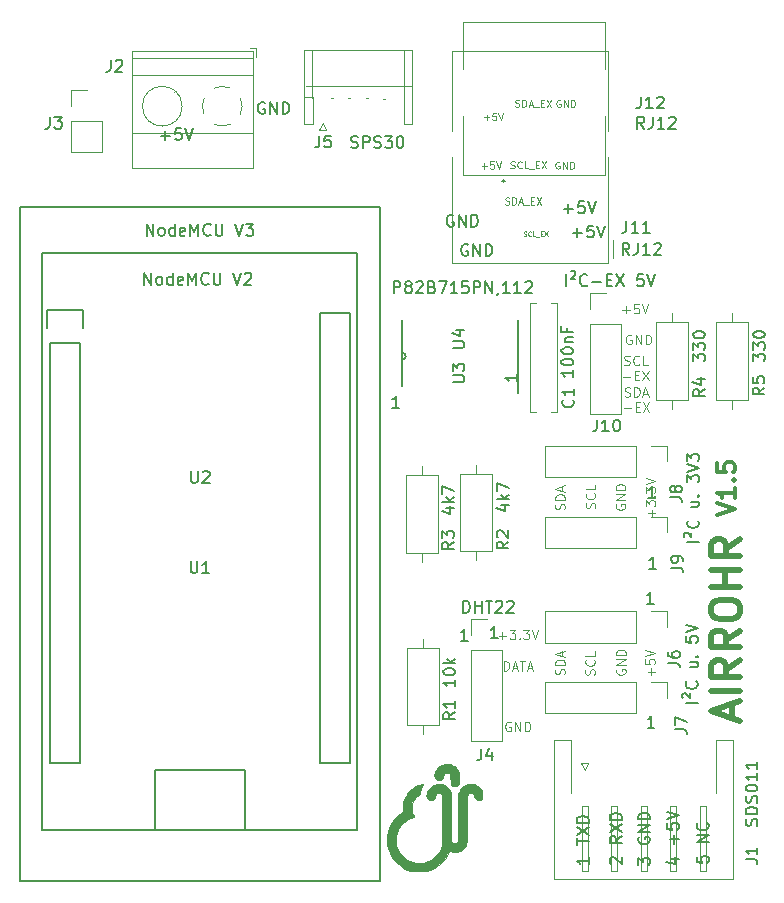
<source format=gbr>
G04 #@! TF.GenerationSoftware,KiCad,Pcbnew,5.1.5+dfsg1-2build2*
G04 #@! TF.CreationDate,2021-02-05T19:11:06+01:00*
G04 #@! TF.ProjectId,Airrohr_pcb,41697272-6f68-4725-9f70-63622e6b6963,rev?*
G04 #@! TF.SameCoordinates,Original*
G04 #@! TF.FileFunction,Legend,Top*
G04 #@! TF.FilePolarity,Positive*
%FSLAX46Y46*%
G04 Gerber Fmt 4.6, Leading zero omitted, Abs format (unit mm)*
G04 Created by KiCad (PCBNEW 5.1.5+dfsg1-2build2) date 2021-02-05 19:11:06*
%MOMM*%
%LPD*%
G04 APERTURE LIST*
%ADD10C,0.100000*%
%ADD11C,0.150000*%
%ADD12C,0.080000*%
%ADD13C,0.300000*%
%ADD14C,0.500000*%
%ADD15C,0.200000*%
%ADD16C,0.120000*%
%ADD17C,0.010000*%
%ADD18C,0.152400*%
G04 APERTURE END LIST*
D10*
X185411260Y-70867224D02*
X185411260Y-70067224D01*
X185601736Y-70067224D01*
X185716021Y-70105320D01*
X185792212Y-70181510D01*
X185830307Y-70257700D01*
X185868402Y-70410081D01*
X185868402Y-70524367D01*
X185830307Y-70676748D01*
X185792212Y-70752939D01*
X185716021Y-70829129D01*
X185601736Y-70867224D01*
X185411260Y-70867224D01*
X186173164Y-70638653D02*
X186554117Y-70638653D01*
X186096974Y-70867224D02*
X186363640Y-70067224D01*
X186630307Y-70867224D01*
X186782688Y-70067224D02*
X187239831Y-70067224D01*
X187011260Y-70867224D02*
X187011260Y-70067224D01*
X187468402Y-70638653D02*
X187849355Y-70638653D01*
X187392212Y-70867224D02*
X187658879Y-70067224D01*
X187925545Y-70867224D01*
X186001736Y-75243740D02*
X185925545Y-75205644D01*
X185811260Y-75205644D01*
X185696974Y-75243740D01*
X185620783Y-75319930D01*
X185582688Y-75396120D01*
X185544593Y-75548501D01*
X185544593Y-75662787D01*
X185582688Y-75815168D01*
X185620783Y-75891359D01*
X185696974Y-75967549D01*
X185811260Y-76005644D01*
X185887450Y-76005644D01*
X186001736Y-75967549D01*
X186039831Y-75929454D01*
X186039831Y-75662787D01*
X185887450Y-75662787D01*
X186382688Y-76005644D02*
X186382688Y-75205644D01*
X186839831Y-76005644D01*
X186839831Y-75205644D01*
X187220783Y-76005644D02*
X187220783Y-75205644D01*
X187411260Y-75205644D01*
X187525545Y-75243740D01*
X187601736Y-75319930D01*
X187639831Y-75396120D01*
X187677926Y-75548501D01*
X187677926Y-75662787D01*
X187639831Y-75815168D01*
X187601736Y-75891359D01*
X187525545Y-75967549D01*
X187411260Y-76005644D01*
X187220783Y-76005644D01*
X185011260Y-67915782D02*
X185620783Y-67915782D01*
X185316021Y-68220544D02*
X185316021Y-67611020D01*
X185925545Y-67420544D02*
X186420783Y-67420544D01*
X186154117Y-67725306D01*
X186268402Y-67725306D01*
X186344593Y-67763401D01*
X186382688Y-67801497D01*
X186420783Y-67877687D01*
X186420783Y-68068163D01*
X186382688Y-68144354D01*
X186344593Y-68182449D01*
X186268402Y-68220544D01*
X186039831Y-68220544D01*
X185963640Y-68182449D01*
X185925545Y-68144354D01*
X186763640Y-68144354D02*
X186801736Y-68182449D01*
X186763640Y-68220544D01*
X186725545Y-68182449D01*
X186763640Y-68144354D01*
X186763640Y-68220544D01*
X187068402Y-67420544D02*
X187563640Y-67420544D01*
X187296974Y-67725306D01*
X187411260Y-67725306D01*
X187487450Y-67763401D01*
X187525545Y-67801497D01*
X187563640Y-67877687D01*
X187563640Y-68068163D01*
X187525545Y-68144354D01*
X187487450Y-68182449D01*
X187411260Y-68220544D01*
X187182688Y-68220544D01*
X187106498Y-68182449D01*
X187068402Y-68144354D01*
X187792212Y-67420544D02*
X188058879Y-68220544D01*
X188325545Y-67420544D01*
D11*
X198179654Y-75694800D02*
X197608225Y-75694800D01*
X197893940Y-75694800D02*
X197893940Y-74694800D01*
X197798701Y-74837658D01*
X197703463Y-74932896D01*
X197608225Y-74980515D01*
D10*
X197918062Y-71282431D02*
X197918062Y-70672907D01*
X198222824Y-70977669D02*
X197613300Y-70977669D01*
X197422824Y-69911002D02*
X197422824Y-70291955D01*
X197803777Y-70330050D01*
X197765681Y-70291955D01*
X197727586Y-70215764D01*
X197727586Y-70025288D01*
X197765681Y-69949098D01*
X197803777Y-69911002D01*
X197879967Y-69872907D01*
X198070443Y-69872907D01*
X198146634Y-69911002D01*
X198184729Y-69949098D01*
X198222824Y-70025288D01*
X198222824Y-70215764D01*
X198184729Y-70291955D01*
X198146634Y-70330050D01*
X197422824Y-69644336D02*
X198222824Y-69377669D01*
X197422824Y-69111002D01*
X194986960Y-70764323D02*
X194948864Y-70840514D01*
X194948864Y-70954800D01*
X194986960Y-71069085D01*
X195063150Y-71145276D01*
X195139340Y-71183371D01*
X195291721Y-71221466D01*
X195406007Y-71221466D01*
X195558388Y-71183371D01*
X195634579Y-71145276D01*
X195710769Y-71069085D01*
X195748864Y-70954800D01*
X195748864Y-70878609D01*
X195710769Y-70764323D01*
X195672674Y-70726228D01*
X195406007Y-70726228D01*
X195406007Y-70878609D01*
X195748864Y-70383371D02*
X194948864Y-70383371D01*
X195748864Y-69926228D01*
X194948864Y-69926228D01*
X195748864Y-69545276D02*
X194948864Y-69545276D01*
X194948864Y-69354800D01*
X194986960Y-69240514D01*
X195063150Y-69164323D01*
X195139340Y-69126228D01*
X195291721Y-69088133D01*
X195406007Y-69088133D01*
X195558388Y-69126228D01*
X195634579Y-69164323D01*
X195710769Y-69240514D01*
X195748864Y-69354800D01*
X195748864Y-69545276D01*
X193104729Y-71206240D02*
X193142824Y-71091955D01*
X193142824Y-70901479D01*
X193104729Y-70825288D01*
X193066634Y-70787193D01*
X192990443Y-70749098D01*
X192914253Y-70749098D01*
X192838062Y-70787193D01*
X192799967Y-70825288D01*
X192761872Y-70901479D01*
X192723777Y-71053860D01*
X192685681Y-71130050D01*
X192647586Y-71168145D01*
X192571396Y-71206240D01*
X192495205Y-71206240D01*
X192419015Y-71168145D01*
X192380920Y-71130050D01*
X192342824Y-71053860D01*
X192342824Y-70863383D01*
X192380920Y-70749098D01*
X193066634Y-69949098D02*
X193104729Y-69987193D01*
X193142824Y-70101479D01*
X193142824Y-70177669D01*
X193104729Y-70291955D01*
X193028539Y-70368145D01*
X192952348Y-70406240D01*
X192799967Y-70444336D01*
X192685681Y-70444336D01*
X192533300Y-70406240D01*
X192457110Y-70368145D01*
X192380920Y-70291955D01*
X192342824Y-70177669D01*
X192342824Y-70101479D01*
X192380920Y-69987193D01*
X192419015Y-69949098D01*
X193142824Y-69225288D02*
X193142824Y-69606240D01*
X192342824Y-69606240D01*
X190564729Y-71192268D02*
X190602824Y-71077982D01*
X190602824Y-70887506D01*
X190564729Y-70811316D01*
X190526634Y-70773220D01*
X190450443Y-70735125D01*
X190374253Y-70735125D01*
X190298062Y-70773220D01*
X190259967Y-70811316D01*
X190221872Y-70887506D01*
X190183777Y-71039887D01*
X190145681Y-71116078D01*
X190107586Y-71154173D01*
X190031396Y-71192268D01*
X189955205Y-71192268D01*
X189879015Y-71154173D01*
X189840920Y-71116078D01*
X189802824Y-71039887D01*
X189802824Y-70849411D01*
X189840920Y-70735125D01*
X190602824Y-70392268D02*
X189802824Y-70392268D01*
X189802824Y-70201792D01*
X189840920Y-70087506D01*
X189917110Y-70011316D01*
X189993300Y-69973220D01*
X190145681Y-69935125D01*
X190259967Y-69935125D01*
X190412348Y-69973220D01*
X190488539Y-70011316D01*
X190564729Y-70087506D01*
X190602824Y-70201792D01*
X190602824Y-70392268D01*
X190374253Y-69630363D02*
X190374253Y-69249411D01*
X190602824Y-69706554D02*
X189802824Y-69439887D01*
X190602824Y-69173220D01*
X190564729Y-57219728D02*
X190602824Y-57105442D01*
X190602824Y-56914966D01*
X190564729Y-56838776D01*
X190526634Y-56800680D01*
X190450443Y-56762585D01*
X190374253Y-56762585D01*
X190298062Y-56800680D01*
X190259967Y-56838776D01*
X190221872Y-56914966D01*
X190183777Y-57067347D01*
X190145681Y-57143538D01*
X190107586Y-57181633D01*
X190031396Y-57219728D01*
X189955205Y-57219728D01*
X189879015Y-57181633D01*
X189840920Y-57143538D01*
X189802824Y-57067347D01*
X189802824Y-56876871D01*
X189840920Y-56762585D01*
X190602824Y-56419728D02*
X189802824Y-56419728D01*
X189802824Y-56229252D01*
X189840920Y-56114966D01*
X189917110Y-56038776D01*
X189993300Y-56000680D01*
X190145681Y-55962585D01*
X190259967Y-55962585D01*
X190412348Y-56000680D01*
X190488539Y-56038776D01*
X190564729Y-56114966D01*
X190602824Y-56229252D01*
X190602824Y-56419728D01*
X190374253Y-55657823D02*
X190374253Y-55276871D01*
X190602824Y-55734014D02*
X189802824Y-55467347D01*
X190602824Y-55200680D01*
X193137749Y-57129560D02*
X193175844Y-57015275D01*
X193175844Y-56824799D01*
X193137749Y-56748608D01*
X193099654Y-56710513D01*
X193023463Y-56672418D01*
X192947273Y-56672418D01*
X192871082Y-56710513D01*
X192832987Y-56748608D01*
X192794892Y-56824799D01*
X192756797Y-56977180D01*
X192718701Y-57053370D01*
X192680606Y-57091465D01*
X192604416Y-57129560D01*
X192528225Y-57129560D01*
X192452035Y-57091465D01*
X192413940Y-57053370D01*
X192375844Y-56977180D01*
X192375844Y-56786703D01*
X192413940Y-56672418D01*
X193099654Y-55872418D02*
X193137749Y-55910513D01*
X193175844Y-56024799D01*
X193175844Y-56100989D01*
X193137749Y-56215275D01*
X193061559Y-56291465D01*
X192985368Y-56329560D01*
X192832987Y-56367656D01*
X192718701Y-56367656D01*
X192566320Y-56329560D01*
X192490130Y-56291465D01*
X192413940Y-56215275D01*
X192375844Y-56100989D01*
X192375844Y-56024799D01*
X192413940Y-55910513D01*
X192452035Y-55872418D01*
X193175844Y-55148608D02*
X193175844Y-55529560D01*
X192375844Y-55529560D01*
X194953940Y-56786703D02*
X194915844Y-56862894D01*
X194915844Y-56977180D01*
X194953940Y-57091465D01*
X195030130Y-57167656D01*
X195106320Y-57205751D01*
X195258701Y-57243846D01*
X195372987Y-57243846D01*
X195525368Y-57205751D01*
X195601559Y-57167656D01*
X195677749Y-57091465D01*
X195715844Y-56977180D01*
X195715844Y-56900989D01*
X195677749Y-56786703D01*
X195639654Y-56748608D01*
X195372987Y-56748608D01*
X195372987Y-56900989D01*
X195715844Y-56405751D02*
X194915844Y-56405751D01*
X195715844Y-55948608D01*
X194915844Y-55948608D01*
X195715844Y-55567656D02*
X194915844Y-55567656D01*
X194915844Y-55377180D01*
X194953940Y-55262894D01*
X195030130Y-55186703D01*
X195106320Y-55148608D01*
X195258701Y-55110513D01*
X195372987Y-55110513D01*
X195525368Y-55148608D01*
X195601559Y-55186703D01*
X195677749Y-55262894D01*
X195715844Y-55377180D01*
X195715844Y-55567656D01*
X197951082Y-57876240D02*
X197951082Y-57266716D01*
X198255844Y-57571478D02*
X197646320Y-57571478D01*
X197455844Y-56961954D02*
X197455844Y-56466716D01*
X197760606Y-56733382D01*
X197760606Y-56619097D01*
X197798701Y-56542906D01*
X197836797Y-56504811D01*
X197912987Y-56466716D01*
X198103463Y-56466716D01*
X198179654Y-56504811D01*
X198217749Y-56542906D01*
X198255844Y-56619097D01*
X198255844Y-56847668D01*
X198217749Y-56923859D01*
X198179654Y-56961954D01*
X198179654Y-56123859D02*
X198217749Y-56085763D01*
X198255844Y-56123859D01*
X198217749Y-56161954D01*
X198179654Y-56123859D01*
X198255844Y-56123859D01*
X197455844Y-55819097D02*
X197455844Y-55323859D01*
X197760606Y-55590525D01*
X197760606Y-55476240D01*
X197798701Y-55400049D01*
X197836797Y-55361954D01*
X197912987Y-55323859D01*
X198103463Y-55323859D01*
X198179654Y-55361954D01*
X198217749Y-55400049D01*
X198255844Y-55476240D01*
X198255844Y-55704811D01*
X198217749Y-55781001D01*
X198179654Y-55819097D01*
X197455844Y-55095287D02*
X198255844Y-54828620D01*
X197455844Y-54561954D01*
X195667751Y-47634089D02*
X195782037Y-47672184D01*
X195972513Y-47672184D01*
X196048703Y-47634089D01*
X196086799Y-47595994D01*
X196124894Y-47519803D01*
X196124894Y-47443613D01*
X196086799Y-47367422D01*
X196048703Y-47329327D01*
X195972513Y-47291232D01*
X195820132Y-47253137D01*
X195743941Y-47215041D01*
X195705846Y-47176946D01*
X195667751Y-47100756D01*
X195667751Y-47024565D01*
X195705846Y-46948375D01*
X195743941Y-46910280D01*
X195820132Y-46872184D01*
X196010608Y-46872184D01*
X196124894Y-46910280D01*
X196467751Y-47672184D02*
X196467751Y-46872184D01*
X196658227Y-46872184D01*
X196772513Y-46910280D01*
X196848703Y-46986470D01*
X196886799Y-47062660D01*
X196924894Y-47215041D01*
X196924894Y-47329327D01*
X196886799Y-47481708D01*
X196848703Y-47557899D01*
X196772513Y-47634089D01*
X196658227Y-47672184D01*
X196467751Y-47672184D01*
X197229656Y-47443613D02*
X197610608Y-47443613D01*
X197153465Y-47672184D02*
X197420132Y-46872184D01*
X197686799Y-47672184D01*
X195591560Y-48667422D02*
X196201084Y-48667422D01*
X196582037Y-48553137D02*
X196848703Y-48553137D01*
X196962989Y-48972184D02*
X196582037Y-48972184D01*
X196582037Y-48172184D01*
X196962989Y-48172184D01*
X197229656Y-48172184D02*
X197762989Y-48972184D01*
X197762989Y-48172184D02*
X197229656Y-48972184D01*
X195620759Y-44964549D02*
X195735044Y-45002644D01*
X195925520Y-45002644D01*
X196001711Y-44964549D01*
X196039806Y-44926454D01*
X196077901Y-44850263D01*
X196077901Y-44774073D01*
X196039806Y-44697882D01*
X196001711Y-44659787D01*
X195925520Y-44621692D01*
X195773140Y-44583597D01*
X195696949Y-44545501D01*
X195658854Y-44507406D01*
X195620759Y-44431216D01*
X195620759Y-44355025D01*
X195658854Y-44278835D01*
X195696949Y-44240740D01*
X195773140Y-44202644D01*
X195963616Y-44202644D01*
X196077901Y-44240740D01*
X196877901Y-44926454D02*
X196839806Y-44964549D01*
X196725520Y-45002644D01*
X196649330Y-45002644D01*
X196535044Y-44964549D01*
X196458854Y-44888359D01*
X196420759Y-44812168D01*
X196382663Y-44659787D01*
X196382663Y-44545501D01*
X196420759Y-44393120D01*
X196458854Y-44316930D01*
X196535044Y-44240740D01*
X196649330Y-44202644D01*
X196725520Y-44202644D01*
X196839806Y-44240740D01*
X196877901Y-44278835D01*
X197601711Y-45002644D02*
X197220759Y-45002644D01*
X197220759Y-44202644D01*
X195525520Y-45997882D02*
X196135044Y-45997882D01*
X196515997Y-45883597D02*
X196782663Y-45883597D01*
X196896949Y-46302644D02*
X196515997Y-46302644D01*
X196515997Y-45502644D01*
X196896949Y-45502644D01*
X197163616Y-45502644D02*
X197696949Y-46302644D01*
X197696949Y-45502644D02*
X197163616Y-46302644D01*
X196227776Y-42480280D02*
X196151585Y-42442184D01*
X196037300Y-42442184D01*
X195923014Y-42480280D01*
X195846823Y-42556470D01*
X195808728Y-42632660D01*
X195770633Y-42785041D01*
X195770633Y-42899327D01*
X195808728Y-43051708D01*
X195846823Y-43127899D01*
X195923014Y-43204089D01*
X196037300Y-43242184D01*
X196113490Y-43242184D01*
X196227776Y-43204089D01*
X196265871Y-43165994D01*
X196265871Y-42899327D01*
X196113490Y-42899327D01*
X196608728Y-43242184D02*
X196608728Y-42442184D01*
X197065871Y-43242184D01*
X197065871Y-42442184D01*
X197446823Y-43242184D02*
X197446823Y-42442184D01*
X197637300Y-42442184D01*
X197751585Y-42480280D01*
X197827776Y-42556470D01*
X197865871Y-42632660D01*
X197903966Y-42785041D01*
X197903966Y-42899327D01*
X197865871Y-43051708D01*
X197827776Y-43127899D01*
X197751585Y-43204089D01*
X197637300Y-43242184D01*
X197446823Y-43242184D01*
X195478528Y-40333922D02*
X196088052Y-40333922D01*
X195783290Y-40638684D02*
X195783290Y-40029160D01*
X196849957Y-39838684D02*
X196469004Y-39838684D01*
X196430909Y-40219637D01*
X196469004Y-40181541D01*
X196545195Y-40143446D01*
X196735671Y-40143446D01*
X196811861Y-40181541D01*
X196849957Y-40219637D01*
X196888052Y-40295827D01*
X196888052Y-40486303D01*
X196849957Y-40562494D01*
X196811861Y-40600589D01*
X196735671Y-40638684D01*
X196545195Y-40638684D01*
X196469004Y-40600589D01*
X196430909Y-40562494D01*
X197116623Y-39838684D02*
X197383290Y-40638684D01*
X197649957Y-39838684D01*
X185997720Y-28320017D02*
X186083434Y-28348588D01*
X186226291Y-28348588D01*
X186283434Y-28320017D01*
X186312005Y-28291445D01*
X186340577Y-28234302D01*
X186340577Y-28177160D01*
X186312005Y-28120017D01*
X186283434Y-28091445D01*
X186226291Y-28062874D01*
X186112005Y-28034302D01*
X186054862Y-28005731D01*
X186026291Y-27977160D01*
X185997720Y-27920017D01*
X185997720Y-27862874D01*
X186026291Y-27805731D01*
X186054862Y-27777160D01*
X186112005Y-27748588D01*
X186254862Y-27748588D01*
X186340577Y-27777160D01*
X186940577Y-28291445D02*
X186912005Y-28320017D01*
X186826291Y-28348588D01*
X186769148Y-28348588D01*
X186683434Y-28320017D01*
X186626291Y-28262874D01*
X186597720Y-28205731D01*
X186569148Y-28091445D01*
X186569148Y-28005731D01*
X186597720Y-27891445D01*
X186626291Y-27834302D01*
X186683434Y-27777160D01*
X186769148Y-27748588D01*
X186826291Y-27748588D01*
X186912005Y-27777160D01*
X186940577Y-27805731D01*
X187483434Y-28348588D02*
X187197720Y-28348588D01*
X187197720Y-27748588D01*
X187540577Y-28405731D02*
X187997720Y-28405731D01*
X188140577Y-28034302D02*
X188340577Y-28034302D01*
X188426291Y-28348588D02*
X188140577Y-28348588D01*
X188140577Y-27748588D01*
X188426291Y-27748588D01*
X188626291Y-27748588D02*
X189026291Y-28348588D01*
X189026291Y-27748588D02*
X188626291Y-28348588D01*
X186410154Y-23102857D02*
X186495868Y-23131428D01*
X186638725Y-23131428D01*
X186695868Y-23102857D01*
X186724440Y-23074285D01*
X186753011Y-23017142D01*
X186753011Y-22960000D01*
X186724440Y-22902857D01*
X186695868Y-22874285D01*
X186638725Y-22845714D01*
X186524440Y-22817142D01*
X186467297Y-22788571D01*
X186438725Y-22760000D01*
X186410154Y-22702857D01*
X186410154Y-22645714D01*
X186438725Y-22588571D01*
X186467297Y-22560000D01*
X186524440Y-22531428D01*
X186667297Y-22531428D01*
X186753011Y-22560000D01*
X187010154Y-23131428D02*
X187010154Y-22531428D01*
X187153011Y-22531428D01*
X187238725Y-22560000D01*
X187295868Y-22617142D01*
X187324440Y-22674285D01*
X187353011Y-22788571D01*
X187353011Y-22874285D01*
X187324440Y-22988571D01*
X187295868Y-23045714D01*
X187238725Y-23102857D01*
X187153011Y-23131428D01*
X187010154Y-23131428D01*
X187581582Y-22960000D02*
X187867297Y-22960000D01*
X187524440Y-23131428D02*
X187724440Y-22531428D01*
X187924440Y-23131428D01*
X187981582Y-23188571D02*
X188438725Y-23188571D01*
X188581582Y-22817142D02*
X188781582Y-22817142D01*
X188867297Y-23131428D02*
X188581582Y-23131428D01*
X188581582Y-22531428D01*
X188867297Y-22531428D01*
X189067297Y-22531428D02*
X189467297Y-23131428D01*
X189467297Y-22531428D02*
X189067297Y-23131428D01*
X183561451Y-28140337D02*
X184018594Y-28140337D01*
X183790022Y-28368908D02*
X183790022Y-27911765D01*
X184590022Y-27768908D02*
X184304308Y-27768908D01*
X184275737Y-28054622D01*
X184304308Y-28026051D01*
X184361451Y-27997480D01*
X184504308Y-27997480D01*
X184561451Y-28026051D01*
X184590022Y-28054622D01*
X184618594Y-28111765D01*
X184618594Y-28254622D01*
X184590022Y-28311765D01*
X184561451Y-28340337D01*
X184504308Y-28368908D01*
X184361451Y-28368908D01*
X184304308Y-28340337D01*
X184275737Y-28311765D01*
X184790022Y-27768908D02*
X184990022Y-28368908D01*
X185190022Y-27768908D01*
X183744331Y-24038237D02*
X184201474Y-24038237D01*
X183972902Y-24266808D02*
X183972902Y-23809665D01*
X184772902Y-23666808D02*
X184487188Y-23666808D01*
X184458617Y-23952522D01*
X184487188Y-23923951D01*
X184544331Y-23895380D01*
X184687188Y-23895380D01*
X184744331Y-23923951D01*
X184772902Y-23952522D01*
X184801474Y-24009665D01*
X184801474Y-24152522D01*
X184772902Y-24209665D01*
X184744331Y-24238237D01*
X184687188Y-24266808D01*
X184544331Y-24266808D01*
X184487188Y-24238237D01*
X184458617Y-24209665D01*
X184972902Y-23666808D02*
X185172902Y-24266808D01*
X185372902Y-23666808D01*
X190207957Y-22580320D02*
X190150814Y-22551748D01*
X190065100Y-22551748D01*
X189979385Y-22580320D01*
X189922242Y-22637462D01*
X189893671Y-22694605D01*
X189865100Y-22808891D01*
X189865100Y-22894605D01*
X189893671Y-23008891D01*
X189922242Y-23066034D01*
X189979385Y-23123177D01*
X190065100Y-23151748D01*
X190122242Y-23151748D01*
X190207957Y-23123177D01*
X190236528Y-23094605D01*
X190236528Y-22894605D01*
X190122242Y-22894605D01*
X190493671Y-23151748D02*
X190493671Y-22551748D01*
X190836528Y-23151748D01*
X190836528Y-22551748D01*
X191122242Y-23151748D02*
X191122242Y-22551748D01*
X191265100Y-22551748D01*
X191350814Y-22580320D01*
X191407957Y-22637462D01*
X191436528Y-22694605D01*
X191465100Y-22808891D01*
X191465100Y-22894605D01*
X191436528Y-23008891D01*
X191407957Y-23066034D01*
X191350814Y-23123177D01*
X191265100Y-23151748D01*
X191122242Y-23151748D01*
X190146997Y-27817800D02*
X190089854Y-27789228D01*
X190004140Y-27789228D01*
X189918425Y-27817800D01*
X189861282Y-27874942D01*
X189832711Y-27932085D01*
X189804140Y-28046371D01*
X189804140Y-28132085D01*
X189832711Y-28246371D01*
X189861282Y-28303514D01*
X189918425Y-28360657D01*
X190004140Y-28389228D01*
X190061282Y-28389228D01*
X190146997Y-28360657D01*
X190175568Y-28332085D01*
X190175568Y-28132085D01*
X190061282Y-28132085D01*
X190432711Y-28389228D02*
X190432711Y-27789228D01*
X190775568Y-28389228D01*
X190775568Y-27789228D01*
X191061282Y-28389228D02*
X191061282Y-27789228D01*
X191204140Y-27789228D01*
X191289854Y-27817800D01*
X191346997Y-27874942D01*
X191375568Y-27932085D01*
X191404140Y-28046371D01*
X191404140Y-28132085D01*
X191375568Y-28246371D01*
X191346997Y-28303514D01*
X191289854Y-28360657D01*
X191204140Y-28389228D01*
X191061282Y-28389228D01*
D12*
X187117480Y-34073444D02*
X187174622Y-34092492D01*
X187269860Y-34092492D01*
X187307956Y-34073444D01*
X187327003Y-34054397D01*
X187346051Y-34016301D01*
X187346051Y-33978206D01*
X187327003Y-33940111D01*
X187307956Y-33921063D01*
X187269860Y-33902016D01*
X187193670Y-33882968D01*
X187155575Y-33863920D01*
X187136527Y-33844873D01*
X187117480Y-33806778D01*
X187117480Y-33768682D01*
X187136527Y-33730587D01*
X187155575Y-33711540D01*
X187193670Y-33692492D01*
X187288908Y-33692492D01*
X187346051Y-33711540D01*
X187746051Y-34054397D02*
X187727003Y-34073444D01*
X187669860Y-34092492D01*
X187631765Y-34092492D01*
X187574622Y-34073444D01*
X187536527Y-34035349D01*
X187517480Y-33997254D01*
X187498432Y-33921063D01*
X187498432Y-33863920D01*
X187517480Y-33787730D01*
X187536527Y-33749635D01*
X187574622Y-33711540D01*
X187631765Y-33692492D01*
X187669860Y-33692492D01*
X187727003Y-33711540D01*
X187746051Y-33730587D01*
X188107956Y-34092492D02*
X187917480Y-34092492D01*
X187917480Y-33692492D01*
X188146051Y-34130587D02*
X188450813Y-34130587D01*
X188546051Y-33882968D02*
X188679384Y-33882968D01*
X188736527Y-34092492D02*
X188546051Y-34092492D01*
X188546051Y-33692492D01*
X188736527Y-33692492D01*
X188869860Y-33692492D02*
X189136527Y-34092492D01*
X189136527Y-33692492D02*
X188869860Y-34092492D01*
D10*
X185549094Y-31383257D02*
X185634808Y-31411828D01*
X185777665Y-31411828D01*
X185834808Y-31383257D01*
X185863380Y-31354685D01*
X185891951Y-31297542D01*
X185891951Y-31240400D01*
X185863380Y-31183257D01*
X185834808Y-31154685D01*
X185777665Y-31126114D01*
X185663380Y-31097542D01*
X185606237Y-31068971D01*
X185577665Y-31040400D01*
X185549094Y-30983257D01*
X185549094Y-30926114D01*
X185577665Y-30868971D01*
X185606237Y-30840400D01*
X185663380Y-30811828D01*
X185806237Y-30811828D01*
X185891951Y-30840400D01*
X186149094Y-31411828D02*
X186149094Y-30811828D01*
X186291951Y-30811828D01*
X186377665Y-30840400D01*
X186434808Y-30897542D01*
X186463380Y-30954685D01*
X186491951Y-31068971D01*
X186491951Y-31154685D01*
X186463380Y-31268971D01*
X186434808Y-31326114D01*
X186377665Y-31383257D01*
X186291951Y-31411828D01*
X186149094Y-31411828D01*
X186720522Y-31240400D02*
X187006237Y-31240400D01*
X186663380Y-31411828D02*
X186863380Y-30811828D01*
X187063380Y-31411828D01*
X187120522Y-31468971D02*
X187577665Y-31468971D01*
X187720522Y-31097542D02*
X187920522Y-31097542D01*
X188006237Y-31411828D02*
X187720522Y-31411828D01*
X187720522Y-30811828D01*
X188006237Y-30811828D01*
X188206237Y-30811828D02*
X188606237Y-31411828D01*
X188606237Y-30811828D02*
X188206237Y-31411828D01*
D11*
X191284385Y-33817868D02*
X192046290Y-33817868D01*
X191665338Y-34198820D02*
X191665338Y-33436916D01*
X192998671Y-33198820D02*
X192522480Y-33198820D01*
X192474861Y-33675011D01*
X192522480Y-33627392D01*
X192617719Y-33579773D01*
X192855814Y-33579773D01*
X192951052Y-33627392D01*
X192998671Y-33675011D01*
X193046290Y-33770249D01*
X193046290Y-34008344D01*
X192998671Y-34103582D01*
X192951052Y-34151201D01*
X192855814Y-34198820D01*
X192617719Y-34198820D01*
X192522480Y-34151201D01*
X192474861Y-34103582D01*
X193332004Y-33198820D02*
X193665338Y-34198820D01*
X193998671Y-33198820D01*
X190527465Y-31770628D02*
X191289370Y-31770628D01*
X190908418Y-32151580D02*
X190908418Y-31389676D01*
X192241751Y-31151580D02*
X191765560Y-31151580D01*
X191717941Y-31627771D01*
X191765560Y-31580152D01*
X191860799Y-31532533D01*
X192098894Y-31532533D01*
X192194132Y-31580152D01*
X192241751Y-31627771D01*
X192289370Y-31723009D01*
X192289370Y-31961104D01*
X192241751Y-32056342D01*
X192194132Y-32103961D01*
X192098894Y-32151580D01*
X191860799Y-32151580D01*
X191765560Y-32103961D01*
X191717941Y-32056342D01*
X192575084Y-31151580D02*
X192908418Y-32151580D01*
X193241751Y-31151580D01*
X182374635Y-34803460D02*
X182279397Y-34755840D01*
X182136540Y-34755840D01*
X181993682Y-34803460D01*
X181898444Y-34898698D01*
X181850825Y-34993936D01*
X181803206Y-35184412D01*
X181803206Y-35327269D01*
X181850825Y-35517745D01*
X181898444Y-35612983D01*
X181993682Y-35708221D01*
X182136540Y-35755840D01*
X182231778Y-35755840D01*
X182374635Y-35708221D01*
X182422254Y-35660602D01*
X182422254Y-35327269D01*
X182231778Y-35327269D01*
X182850825Y-35755840D02*
X182850825Y-34755840D01*
X183422254Y-35755840D01*
X183422254Y-34755840D01*
X183898444Y-35755840D02*
X183898444Y-34755840D01*
X184136540Y-34755840D01*
X184279397Y-34803460D01*
X184374635Y-34898698D01*
X184422254Y-34993936D01*
X184469873Y-35184412D01*
X184469873Y-35327269D01*
X184422254Y-35517745D01*
X184374635Y-35612983D01*
X184279397Y-35708221D01*
X184136540Y-35755840D01*
X183898444Y-35755840D01*
X181155435Y-32329500D02*
X181060197Y-32281880D01*
X180917340Y-32281880D01*
X180774482Y-32329500D01*
X180679244Y-32424738D01*
X180631625Y-32519976D01*
X180584006Y-32710452D01*
X180584006Y-32853309D01*
X180631625Y-33043785D01*
X180679244Y-33139023D01*
X180774482Y-33234261D01*
X180917340Y-33281880D01*
X181012578Y-33281880D01*
X181155435Y-33234261D01*
X181203054Y-33186642D01*
X181203054Y-32853309D01*
X181012578Y-32853309D01*
X181631625Y-33281880D02*
X181631625Y-32281880D01*
X182203054Y-33281880D01*
X182203054Y-32281880D01*
X182679244Y-33281880D02*
X182679244Y-32281880D01*
X182917340Y-32281880D01*
X183060197Y-32329500D01*
X183155435Y-32424738D01*
X183203054Y-32519976D01*
X183250673Y-32710452D01*
X183250673Y-32853309D01*
X183203054Y-33043785D01*
X183155435Y-33139023D01*
X183060197Y-33234261D01*
X182917340Y-33281880D01*
X182679244Y-33281880D01*
X196064950Y-35679640D02*
X195731617Y-35203450D01*
X195493521Y-35679640D02*
X195493521Y-34679640D01*
X195874474Y-34679640D01*
X195969712Y-34727260D01*
X196017331Y-34774879D01*
X196064950Y-34870117D01*
X196064950Y-35012974D01*
X196017331Y-35108212D01*
X195969712Y-35155831D01*
X195874474Y-35203450D01*
X195493521Y-35203450D01*
X196779236Y-34679640D02*
X196779236Y-35393926D01*
X196731617Y-35536783D01*
X196636379Y-35632021D01*
X196493521Y-35679640D01*
X196398283Y-35679640D01*
X197779236Y-35679640D02*
X197207807Y-35679640D01*
X197493521Y-35679640D02*
X197493521Y-34679640D01*
X197398283Y-34822498D01*
X197303045Y-34917736D01*
X197207807Y-34965355D01*
X198160188Y-34774879D02*
X198207807Y-34727260D01*
X198303045Y-34679640D01*
X198541140Y-34679640D01*
X198636379Y-34727260D01*
X198683998Y-34774879D01*
X198731617Y-34870117D01*
X198731617Y-34965355D01*
X198683998Y-35108212D01*
X198112569Y-35679640D01*
X198731617Y-35679640D01*
X182378314Y-68344040D02*
X181806885Y-68344040D01*
X182092600Y-68344040D02*
X182092600Y-67344040D01*
X181997361Y-67486898D01*
X181902123Y-67582136D01*
X181806885Y-67629755D01*
X201841360Y-73593555D02*
X200841360Y-73593555D01*
X200603265Y-73164983D02*
X200555646Y-73069745D01*
X200555646Y-72926888D01*
X200603265Y-72831650D01*
X200698503Y-72784031D01*
X200793741Y-72784031D01*
X200888980Y-72831650D01*
X201222313Y-73164983D01*
X201222313Y-72784031D01*
X201746122Y-71784031D02*
X201793741Y-71831650D01*
X201841360Y-71974507D01*
X201841360Y-72069745D01*
X201793741Y-72212602D01*
X201698503Y-72307840D01*
X201603265Y-72355460D01*
X201412789Y-72403079D01*
X201269932Y-72403079D01*
X201079456Y-72355460D01*
X200984218Y-72307840D01*
X200888980Y-72212602D01*
X200841360Y-72069745D01*
X200841360Y-71974507D01*
X200888980Y-71831650D01*
X200936599Y-71784031D01*
X201174694Y-70164983D02*
X201841360Y-70164983D01*
X201174694Y-70593555D02*
X201698503Y-70593555D01*
X201793741Y-70545936D01*
X201841360Y-70450698D01*
X201841360Y-70307840D01*
X201793741Y-70212602D01*
X201746122Y-70164983D01*
X201746122Y-69688793D02*
X201793741Y-69641174D01*
X201841360Y-69688793D01*
X201793741Y-69736412D01*
X201746122Y-69688793D01*
X201841360Y-69688793D01*
X200841360Y-67974507D02*
X200841360Y-68450698D01*
X201317551Y-68498317D01*
X201269932Y-68450698D01*
X201222313Y-68355460D01*
X201222313Y-68117364D01*
X201269932Y-68022126D01*
X201317551Y-67974507D01*
X201412789Y-67926888D01*
X201650884Y-67926888D01*
X201746122Y-67974507D01*
X201793741Y-68022126D01*
X201841360Y-68117364D01*
X201841360Y-68355460D01*
X201793741Y-68450698D01*
X201746122Y-68498317D01*
X200841360Y-67641174D02*
X201841360Y-67307840D01*
X200841360Y-66974507D01*
X198128854Y-65230000D02*
X197557425Y-65230000D01*
X197843140Y-65230000D02*
X197843140Y-64230000D01*
X197747901Y-64372858D01*
X197652663Y-64468096D01*
X197557425Y-64515715D01*
X198245694Y-56273960D02*
X197674265Y-56273960D01*
X197959980Y-56273960D02*
X197959980Y-55273960D01*
X197864741Y-55416818D01*
X197769503Y-55512056D01*
X197674265Y-55559675D01*
X176576954Y-48613320D02*
X176005525Y-48613320D01*
X176291240Y-48613320D02*
X176291240Y-47613320D01*
X176196001Y-47756178D01*
X176100763Y-47851416D01*
X176005525Y-47899035D01*
X201940420Y-59993065D02*
X200940420Y-59993065D01*
X200702325Y-59564494D02*
X200654706Y-59469256D01*
X200654706Y-59326399D01*
X200702325Y-59231160D01*
X200797563Y-59183541D01*
X200892801Y-59183541D01*
X200988040Y-59231160D01*
X201321373Y-59564494D01*
X201321373Y-59183541D01*
X201845182Y-58183541D02*
X201892801Y-58231160D01*
X201940420Y-58374018D01*
X201940420Y-58469256D01*
X201892801Y-58612113D01*
X201797563Y-58707351D01*
X201702325Y-58754970D01*
X201511849Y-58802589D01*
X201368992Y-58802589D01*
X201178516Y-58754970D01*
X201083278Y-58707351D01*
X200988040Y-58612113D01*
X200940420Y-58469256D01*
X200940420Y-58374018D01*
X200988040Y-58231160D01*
X201035659Y-58183541D01*
X201273754Y-56564494D02*
X201940420Y-56564494D01*
X201273754Y-56993065D02*
X201797563Y-56993065D01*
X201892801Y-56945446D01*
X201940420Y-56850208D01*
X201940420Y-56707351D01*
X201892801Y-56612113D01*
X201845182Y-56564494D01*
X201845182Y-56088303D02*
X201892801Y-56040684D01*
X201940420Y-56088303D01*
X201892801Y-56135922D01*
X201845182Y-56088303D01*
X201940420Y-56088303D01*
X200940420Y-54945446D02*
X200940420Y-54326399D01*
X201321373Y-54659732D01*
X201321373Y-54516875D01*
X201368992Y-54421637D01*
X201416611Y-54374018D01*
X201511849Y-54326399D01*
X201749944Y-54326399D01*
X201845182Y-54374018D01*
X201892801Y-54421637D01*
X201940420Y-54516875D01*
X201940420Y-54802589D01*
X201892801Y-54897827D01*
X201845182Y-54945446D01*
X200940420Y-54040684D02*
X201940420Y-53707351D01*
X200940420Y-53374018D01*
X200940420Y-53135922D02*
X200940420Y-52516875D01*
X201321373Y-52850208D01*
X201321373Y-52707351D01*
X201368992Y-52612113D01*
X201416611Y-52564494D01*
X201511849Y-52516875D01*
X201749944Y-52516875D01*
X201845182Y-52564494D01*
X201892801Y-52612113D01*
X201940420Y-52707351D01*
X201940420Y-52993065D01*
X201892801Y-53088303D01*
X201845182Y-53135922D01*
X199556714Y-86804285D02*
X200223380Y-86804285D01*
X199175761Y-87042380D02*
X199890047Y-87280476D01*
X199890047Y-86661428D01*
X199842428Y-85518571D02*
X199842428Y-84756666D01*
X200223380Y-85137619D02*
X199461476Y-85137619D01*
X199223380Y-83804285D02*
X199223380Y-84280476D01*
X199699571Y-84328095D01*
X199651952Y-84280476D01*
X199604333Y-84185238D01*
X199604333Y-83947142D01*
X199651952Y-83851904D01*
X199699571Y-83804285D01*
X199794809Y-83756666D01*
X200032904Y-83756666D01*
X200128142Y-83804285D01*
X200175761Y-83851904D01*
X200223380Y-83947142D01*
X200223380Y-84185238D01*
X200175761Y-84280476D01*
X200128142Y-84328095D01*
X199223380Y-83470952D02*
X200223380Y-83137619D01*
X199223380Y-82804285D01*
D13*
X203508871Y-57660254D02*
X205008871Y-57160254D01*
X203508871Y-56660254D01*
X205008871Y-55374540D02*
X205008871Y-56231682D01*
X205008871Y-55803111D02*
X203508871Y-55803111D01*
X203723157Y-55945968D01*
X203866014Y-56088825D01*
X203937442Y-56231682D01*
X204866014Y-54731682D02*
X204937442Y-54660254D01*
X205008871Y-54731682D01*
X204937442Y-54803111D01*
X204866014Y-54731682D01*
X205008871Y-54731682D01*
X203508871Y-53303111D02*
X203508871Y-54017397D01*
X204223157Y-54088825D01*
X204151728Y-54017397D01*
X204080300Y-53874540D01*
X204080300Y-53517397D01*
X204151728Y-53374540D01*
X204223157Y-53303111D01*
X204366014Y-53231682D01*
X204723157Y-53231682D01*
X204866014Y-53303111D01*
X204937442Y-53374540D01*
X205008871Y-53517397D01*
X205008871Y-53874540D01*
X204937442Y-54017397D01*
X204866014Y-54088825D01*
D11*
X184905614Y-68112900D02*
X184334185Y-68112900D01*
X184619900Y-68112900D02*
X184619900Y-67112900D01*
X184524661Y-67255758D01*
X184429423Y-67350996D01*
X184334185Y-67398615D01*
X198314514Y-62250580D02*
X197743085Y-62250580D01*
X198028800Y-62250580D02*
X198028800Y-61250580D01*
X197933561Y-61393438D01*
X197838323Y-61488676D01*
X197743085Y-61536295D01*
D14*
X204746966Y-74869523D02*
X204746966Y-73679047D01*
X205461252Y-75107619D02*
X202961252Y-74274285D01*
X205461252Y-73440952D01*
X205461252Y-72607619D02*
X202961252Y-72607619D01*
X205461252Y-69988571D02*
X204270776Y-70821904D01*
X205461252Y-71417142D02*
X202961252Y-71417142D01*
X202961252Y-70464761D01*
X203080300Y-70226666D01*
X203199347Y-70107619D01*
X203437442Y-69988571D01*
X203794585Y-69988571D01*
X204032680Y-70107619D01*
X204151728Y-70226666D01*
X204270776Y-70464761D01*
X204270776Y-71417142D01*
X205461252Y-67488571D02*
X204270776Y-68321904D01*
X205461252Y-68917142D02*
X202961252Y-68917142D01*
X202961252Y-67964761D01*
X203080300Y-67726666D01*
X203199347Y-67607619D01*
X203437442Y-67488571D01*
X203794585Y-67488571D01*
X204032680Y-67607619D01*
X204151728Y-67726666D01*
X204270776Y-67964761D01*
X204270776Y-68917142D01*
X202961252Y-65940952D02*
X202961252Y-65464761D01*
X203080300Y-65226666D01*
X203318395Y-64988571D01*
X203794585Y-64869523D01*
X204627919Y-64869523D01*
X205104109Y-64988571D01*
X205342204Y-65226666D01*
X205461252Y-65464761D01*
X205461252Y-65940952D01*
X205342204Y-66179047D01*
X205104109Y-66417142D01*
X204627919Y-66536190D01*
X203794585Y-66536190D01*
X203318395Y-66417142D01*
X203080300Y-66179047D01*
X202961252Y-65940952D01*
X205461252Y-63798095D02*
X202961252Y-63798095D01*
X204151728Y-63798095D02*
X204151728Y-62369523D01*
X205461252Y-62369523D02*
X202961252Y-62369523D01*
X205461252Y-59750476D02*
X204270776Y-60583809D01*
X205461252Y-61179047D02*
X202961252Y-61179047D01*
X202961252Y-60226666D01*
X203080300Y-59988571D01*
X203199347Y-59869523D01*
X203437442Y-59750476D01*
X203794585Y-59750476D01*
X204032680Y-59869523D01*
X204151728Y-59988571D01*
X204270776Y-60226666D01*
X204270776Y-61179047D01*
D11*
X190682074Y-38318700D02*
X190682074Y-37318700D01*
X191110645Y-37080605D02*
X191205883Y-37032986D01*
X191348740Y-37032986D01*
X191443979Y-37080605D01*
X191491598Y-37175843D01*
X191491598Y-37271081D01*
X191443979Y-37366320D01*
X191110645Y-37699653D01*
X191491598Y-37699653D01*
X192491598Y-38223462D02*
X192443979Y-38271081D01*
X192301121Y-38318700D01*
X192205883Y-38318700D01*
X192063026Y-38271081D01*
X191967788Y-38175843D01*
X191920169Y-38080605D01*
X191872550Y-37890129D01*
X191872550Y-37747272D01*
X191920169Y-37556796D01*
X191967788Y-37461558D01*
X192063026Y-37366320D01*
X192205883Y-37318700D01*
X192301121Y-37318700D01*
X192443979Y-37366320D01*
X192491598Y-37413939D01*
X192920169Y-37937748D02*
X193682074Y-37937748D01*
X194158264Y-37794891D02*
X194491598Y-37794891D01*
X194634455Y-38318700D02*
X194158264Y-38318700D01*
X194158264Y-37318700D01*
X194634455Y-37318700D01*
X194967788Y-37318700D02*
X195634455Y-38318700D01*
X195634455Y-37318700D02*
X194967788Y-38318700D01*
X197253502Y-37318700D02*
X196777312Y-37318700D01*
X196729693Y-37794891D01*
X196777312Y-37747272D01*
X196872550Y-37699653D01*
X197110645Y-37699653D01*
X197205883Y-37747272D01*
X197253502Y-37794891D01*
X197301121Y-37890129D01*
X197301121Y-38128224D01*
X197253502Y-38223462D01*
X197205883Y-38271081D01*
X197110645Y-38318700D01*
X196872550Y-38318700D01*
X196777312Y-38271081D01*
X196729693Y-38223462D01*
X197586836Y-37318700D02*
X197920169Y-38318700D01*
X198253502Y-37318700D01*
X172502154Y-26579461D02*
X172645011Y-26627080D01*
X172883106Y-26627080D01*
X172978344Y-26579461D01*
X173025963Y-26531842D01*
X173073582Y-26436604D01*
X173073582Y-26341366D01*
X173025963Y-26246128D01*
X172978344Y-26198509D01*
X172883106Y-26150890D01*
X172692630Y-26103271D01*
X172597392Y-26055652D01*
X172549773Y-26008033D01*
X172502154Y-25912795D01*
X172502154Y-25817557D01*
X172549773Y-25722319D01*
X172597392Y-25674700D01*
X172692630Y-25627080D01*
X172930725Y-25627080D01*
X173073582Y-25674700D01*
X173502154Y-26627080D02*
X173502154Y-25627080D01*
X173883106Y-25627080D01*
X173978344Y-25674700D01*
X174025963Y-25722319D01*
X174073582Y-25817557D01*
X174073582Y-25960414D01*
X174025963Y-26055652D01*
X173978344Y-26103271D01*
X173883106Y-26150890D01*
X173502154Y-26150890D01*
X174454535Y-26579461D02*
X174597392Y-26627080D01*
X174835487Y-26627080D01*
X174930725Y-26579461D01*
X174978344Y-26531842D01*
X175025963Y-26436604D01*
X175025963Y-26341366D01*
X174978344Y-26246128D01*
X174930725Y-26198509D01*
X174835487Y-26150890D01*
X174645011Y-26103271D01*
X174549773Y-26055652D01*
X174502154Y-26008033D01*
X174454535Y-25912795D01*
X174454535Y-25817557D01*
X174502154Y-25722319D01*
X174549773Y-25674700D01*
X174645011Y-25627080D01*
X174883106Y-25627080D01*
X175025963Y-25674700D01*
X175359297Y-25627080D02*
X175978344Y-25627080D01*
X175645011Y-26008033D01*
X175787868Y-26008033D01*
X175883106Y-26055652D01*
X175930725Y-26103271D01*
X175978344Y-26198509D01*
X175978344Y-26436604D01*
X175930725Y-26531842D01*
X175883106Y-26579461D01*
X175787868Y-26627080D01*
X175502154Y-26627080D01*
X175406916Y-26579461D01*
X175359297Y-26531842D01*
X176597392Y-25627080D02*
X176692630Y-25627080D01*
X176787868Y-25674700D01*
X176835487Y-25722319D01*
X176883106Y-25817557D01*
X176930725Y-26008033D01*
X176930725Y-26246128D01*
X176883106Y-26436604D01*
X176835487Y-26531842D01*
X176787868Y-26579461D01*
X176692630Y-26627080D01*
X176597392Y-26627080D01*
X176502154Y-26579461D01*
X176454535Y-26531842D01*
X176406916Y-26436604D01*
X176359297Y-26246128D01*
X176359297Y-26008033D01*
X176406916Y-25817557D01*
X176454535Y-25722319D01*
X176502154Y-25674700D01*
X176597392Y-25627080D01*
X181985232Y-65969140D02*
X181985232Y-64969140D01*
X182223327Y-64969140D01*
X182366184Y-65016760D01*
X182461422Y-65111998D01*
X182509041Y-65207236D01*
X182556660Y-65397712D01*
X182556660Y-65540569D01*
X182509041Y-65731045D01*
X182461422Y-65826283D01*
X182366184Y-65921521D01*
X182223327Y-65969140D01*
X181985232Y-65969140D01*
X182985232Y-65969140D02*
X182985232Y-64969140D01*
X182985232Y-65445331D02*
X183556660Y-65445331D01*
X183556660Y-65969140D02*
X183556660Y-64969140D01*
X183889994Y-64969140D02*
X184461422Y-64969140D01*
X184175708Y-65969140D02*
X184175708Y-64969140D01*
X184747137Y-65064379D02*
X184794756Y-65016760D01*
X184889994Y-64969140D01*
X185128089Y-64969140D01*
X185223327Y-65016760D01*
X185270946Y-65064379D01*
X185318565Y-65159617D01*
X185318565Y-65254855D01*
X185270946Y-65397712D01*
X184699518Y-65969140D01*
X185318565Y-65969140D01*
X185699518Y-65064379D02*
X185747137Y-65016760D01*
X185842375Y-64969140D01*
X186080470Y-64969140D01*
X186175708Y-65016760D01*
X186223327Y-65064379D01*
X186270946Y-65159617D01*
X186270946Y-65254855D01*
X186223327Y-65397712D01*
X185651899Y-65969140D01*
X186270946Y-65969140D01*
X165176295Y-22791800D02*
X165081057Y-22744180D01*
X164938200Y-22744180D01*
X164795342Y-22791800D01*
X164700104Y-22887038D01*
X164652485Y-22982276D01*
X164604866Y-23172752D01*
X164604866Y-23315609D01*
X164652485Y-23506085D01*
X164700104Y-23601323D01*
X164795342Y-23696561D01*
X164938200Y-23744180D01*
X165033438Y-23744180D01*
X165176295Y-23696561D01*
X165223914Y-23648942D01*
X165223914Y-23315609D01*
X165033438Y-23315609D01*
X165652485Y-23744180D02*
X165652485Y-22744180D01*
X166223914Y-23744180D01*
X166223914Y-22744180D01*
X166700104Y-23744180D02*
X166700104Y-22744180D01*
X166938200Y-22744180D01*
X167081057Y-22791800D01*
X167176295Y-22887038D01*
X167223914Y-22982276D01*
X167271533Y-23172752D01*
X167271533Y-23315609D01*
X167223914Y-23506085D01*
X167176295Y-23601323D01*
X167081057Y-23696561D01*
X166938200Y-23744180D01*
X166700104Y-23744180D01*
X156397485Y-25573028D02*
X157159390Y-25573028D01*
X156778438Y-25953980D02*
X156778438Y-25192076D01*
X158111771Y-24953980D02*
X157635580Y-24953980D01*
X157587961Y-25430171D01*
X157635580Y-25382552D01*
X157730819Y-25334933D01*
X157968914Y-25334933D01*
X158064152Y-25382552D01*
X158111771Y-25430171D01*
X158159390Y-25525409D01*
X158159390Y-25763504D01*
X158111771Y-25858742D01*
X158064152Y-25906361D01*
X157968914Y-25953980D01*
X157730819Y-25953980D01*
X157635580Y-25906361D01*
X157587961Y-25858742D01*
X158445104Y-24953980D02*
X158778438Y-25953980D01*
X159111771Y-24953980D01*
X194492619Y-87232857D02*
X194445000Y-87185238D01*
X194397380Y-87090000D01*
X194397380Y-86851904D01*
X194445000Y-86756666D01*
X194492619Y-86709047D01*
X194587857Y-86661428D01*
X194683095Y-86661428D01*
X194825952Y-86709047D01*
X195397380Y-87280476D01*
X195397380Y-86661428D01*
X195397380Y-84899523D02*
X194921190Y-85232857D01*
X195397380Y-85470952D02*
X194397380Y-85470952D01*
X194397380Y-85090000D01*
X194445000Y-84994761D01*
X194492619Y-84947142D01*
X194587857Y-84899523D01*
X194730714Y-84899523D01*
X194825952Y-84947142D01*
X194873571Y-84994761D01*
X194921190Y-85090000D01*
X194921190Y-85470952D01*
X194397380Y-84566190D02*
X195397380Y-83899523D01*
X194397380Y-83899523D02*
X195397380Y-84566190D01*
X195397380Y-83518571D02*
X194397380Y-83518571D01*
X194397380Y-83280476D01*
X194445000Y-83137619D01*
X194540238Y-83042380D01*
X194635476Y-82994761D01*
X194825952Y-82947142D01*
X194968809Y-82947142D01*
X195159285Y-82994761D01*
X195254523Y-83042380D01*
X195349761Y-83137619D01*
X195397380Y-83280476D01*
X195397380Y-83518571D01*
X196810380Y-87328095D02*
X196810380Y-86709047D01*
X197191333Y-87042380D01*
X197191333Y-86899523D01*
X197238952Y-86804285D01*
X197286571Y-86756666D01*
X197381809Y-86709047D01*
X197619904Y-86709047D01*
X197715142Y-86756666D01*
X197762761Y-86804285D01*
X197810380Y-86899523D01*
X197810380Y-87185238D01*
X197762761Y-87280476D01*
X197715142Y-87328095D01*
X196858000Y-84994761D02*
X196810380Y-85090000D01*
X196810380Y-85232857D01*
X196858000Y-85375714D01*
X196953238Y-85470952D01*
X197048476Y-85518571D01*
X197238952Y-85566190D01*
X197381809Y-85566190D01*
X197572285Y-85518571D01*
X197667523Y-85470952D01*
X197762761Y-85375714D01*
X197810380Y-85232857D01*
X197810380Y-85137619D01*
X197762761Y-84994761D01*
X197715142Y-84947142D01*
X197381809Y-84947142D01*
X197381809Y-85137619D01*
X197810380Y-84518571D02*
X196810380Y-84518571D01*
X197810380Y-83947142D01*
X196810380Y-83947142D01*
X197810380Y-83470952D02*
X196810380Y-83470952D01*
X196810380Y-83232857D01*
X196858000Y-83090000D01*
X196953238Y-82994761D01*
X197048476Y-82947142D01*
X197238952Y-82899523D01*
X197381809Y-82899523D01*
X197572285Y-82947142D01*
X197667523Y-82994761D01*
X197762761Y-83090000D01*
X197810380Y-83232857D01*
X197810380Y-83470952D01*
X201763380Y-86637666D02*
X201763380Y-87113857D01*
X202239571Y-87161476D01*
X202191952Y-87113857D01*
X202144333Y-87018619D01*
X202144333Y-86780523D01*
X202191952Y-86685285D01*
X202239571Y-86637666D01*
X202334809Y-86590047D01*
X202572904Y-86590047D01*
X202668142Y-86637666D01*
X202715761Y-86685285D01*
X202763380Y-86780523D01*
X202763380Y-87018619D01*
X202715761Y-87113857D01*
X202668142Y-87161476D01*
X202763380Y-85399571D02*
X201763380Y-85399571D01*
X202763380Y-84828142D01*
X201763380Y-84828142D01*
X202668142Y-83780523D02*
X202715761Y-83828142D01*
X202763380Y-83971000D01*
X202763380Y-84066238D01*
X202715761Y-84209095D01*
X202620523Y-84304333D01*
X202525285Y-84351952D01*
X202334809Y-84399571D01*
X202191952Y-84399571D01*
X202001476Y-84351952D01*
X201906238Y-84304333D01*
X201811000Y-84209095D01*
X201763380Y-84066238D01*
X201763380Y-83971000D01*
X201811000Y-83828142D01*
X201858619Y-83780523D01*
X192603380Y-86669380D02*
X192603380Y-87240809D01*
X192603380Y-86955095D02*
X191603380Y-86955095D01*
X191746238Y-87050333D01*
X191841476Y-87145571D01*
X191889095Y-87240809D01*
X191603380Y-85621761D02*
X191603380Y-85050333D01*
X192603380Y-85336047D02*
X191603380Y-85336047D01*
X191603380Y-84812238D02*
X192603380Y-84145571D01*
X191603380Y-84145571D02*
X192603380Y-84812238D01*
X192603380Y-83764619D02*
X191603380Y-83764619D01*
X191603380Y-83526523D01*
X191651000Y-83383666D01*
X191746238Y-83288428D01*
X191841476Y-83240809D01*
X192031952Y-83193190D01*
X192174809Y-83193190D01*
X192365285Y-83240809D01*
X192460523Y-83288428D01*
X192555761Y-83383666D01*
X192603380Y-83526523D01*
X192603380Y-83764619D01*
X206861041Y-84000956D02*
X206908660Y-83858099D01*
X206908660Y-83620003D01*
X206861041Y-83524765D01*
X206813422Y-83477146D01*
X206718184Y-83429527D01*
X206622946Y-83429527D01*
X206527708Y-83477146D01*
X206480089Y-83524765D01*
X206432470Y-83620003D01*
X206384851Y-83810480D01*
X206337232Y-83905718D01*
X206289613Y-83953337D01*
X206194375Y-84000956D01*
X206099137Y-84000956D01*
X206003899Y-83953337D01*
X205956280Y-83905718D01*
X205908660Y-83810480D01*
X205908660Y-83572384D01*
X205956280Y-83429527D01*
X206908660Y-83000956D02*
X205908660Y-83000956D01*
X205908660Y-82762860D01*
X205956280Y-82620003D01*
X206051518Y-82524765D01*
X206146756Y-82477146D01*
X206337232Y-82429527D01*
X206480089Y-82429527D01*
X206670565Y-82477146D01*
X206765803Y-82524765D01*
X206861041Y-82620003D01*
X206908660Y-82762860D01*
X206908660Y-83000956D01*
X206861041Y-82048575D02*
X206908660Y-81905718D01*
X206908660Y-81667622D01*
X206861041Y-81572384D01*
X206813422Y-81524765D01*
X206718184Y-81477146D01*
X206622946Y-81477146D01*
X206527708Y-81524765D01*
X206480089Y-81572384D01*
X206432470Y-81667622D01*
X206384851Y-81858099D01*
X206337232Y-81953337D01*
X206289613Y-82000956D01*
X206194375Y-82048575D01*
X206099137Y-82048575D01*
X206003899Y-82000956D01*
X205956280Y-81953337D01*
X205908660Y-81858099D01*
X205908660Y-81620003D01*
X205956280Y-81477146D01*
X205908660Y-80858099D02*
X205908660Y-80762860D01*
X205956280Y-80667622D01*
X206003899Y-80620003D01*
X206099137Y-80572384D01*
X206289613Y-80524765D01*
X206527708Y-80524765D01*
X206718184Y-80572384D01*
X206813422Y-80620003D01*
X206861041Y-80667622D01*
X206908660Y-80762860D01*
X206908660Y-80858099D01*
X206861041Y-80953337D01*
X206813422Y-81000956D01*
X206718184Y-81048575D01*
X206527708Y-81096194D01*
X206289613Y-81096194D01*
X206099137Y-81048575D01*
X206003899Y-81000956D01*
X205956280Y-80953337D01*
X205908660Y-80858099D01*
X206908660Y-79572384D02*
X206908660Y-80143813D01*
X206908660Y-79858099D02*
X205908660Y-79858099D01*
X206051518Y-79953337D01*
X206146756Y-80048575D01*
X206194375Y-80143813D01*
X206908660Y-78620003D02*
X206908660Y-79191432D01*
X206908660Y-78905718D02*
X205908660Y-78905718D01*
X206051518Y-79000956D01*
X206146756Y-79096194D01*
X206194375Y-79191432D01*
D10*
X193998100Y-23917760D02*
X193998100Y-28917760D01*
X193998100Y-28917760D02*
X181998100Y-28917760D01*
X181998100Y-28917760D02*
X181998100Y-23917760D01*
X193998100Y-19917760D02*
X193998100Y-15917760D01*
X193998100Y-15917760D02*
X181998100Y-15917760D01*
X181998100Y-15917760D02*
X181998100Y-19917760D01*
D15*
X185498100Y-29417760D02*
X185498100Y-29417760D01*
X185298100Y-29417760D02*
X185298100Y-29417760D01*
X185298100Y-29417760D02*
G75*
G03X185498100Y-29417760I100000J0D01*
G01*
X185498100Y-29417760D02*
G75*
G03X185298100Y-29417760I-100000J0D01*
G01*
D16*
X194222100Y-36374720D02*
X181022100Y-36374720D01*
X181022100Y-36374720D02*
X181022100Y-27354720D01*
D10*
X181022100Y-18494720D02*
X181022100Y-18374720D01*
D16*
X181022100Y-18374720D02*
X181022100Y-25154720D01*
D10*
X181022100Y-18384720D02*
X181022100Y-18374720D01*
D16*
X181022100Y-18374720D02*
X194222100Y-18374720D01*
X194222100Y-18374720D02*
X194222100Y-25154720D01*
D10*
X194222100Y-27424720D02*
X194222100Y-27354720D01*
D16*
X194222100Y-27354720D02*
X194222100Y-36374720D01*
X194692100Y-34374720D02*
X194692100Y-35904720D01*
D17*
G36*
X175570245Y-84905781D02*
G01*
X175593083Y-84657179D01*
X175629100Y-84442821D01*
X175676621Y-84274026D01*
X175705828Y-84207044D01*
X175738541Y-84137119D01*
X175752557Y-84092881D01*
X175752564Y-84092524D01*
X175767585Y-84055496D01*
X175807656Y-83977505D01*
X175865571Y-83872283D01*
X175898050Y-83815341D01*
X176045494Y-83593338D01*
X176228106Y-83370295D01*
X176428829Y-83164809D01*
X176630609Y-82995480D01*
X176685311Y-82956853D01*
X176888607Y-82819986D01*
X176887187Y-82516401D01*
X176892951Y-82325494D01*
X176910377Y-82137710D01*
X176937043Y-81969879D01*
X176970529Y-81838832D01*
X176992241Y-81786083D01*
X177019889Y-81729684D01*
X177061930Y-81640120D01*
X177088655Y-81581956D01*
X177132008Y-81502601D01*
X177198070Y-81399748D01*
X177277695Y-81285615D01*
X177361735Y-81172422D01*
X177441041Y-81072387D01*
X177506467Y-80997729D01*
X177548863Y-80960667D01*
X177555279Y-80958690D01*
X177592399Y-80939050D01*
X177651924Y-80890985D01*
X177660457Y-80883190D01*
X177745327Y-80818472D01*
X177866889Y-80742687D01*
X178006260Y-80665843D01*
X178144559Y-80597946D01*
X178262903Y-80549005D01*
X178324510Y-80531242D01*
X178422893Y-80506563D01*
X178505741Y-80475880D01*
X178507024Y-80475252D01*
X178571625Y-80453157D01*
X178595854Y-80472747D01*
X178580246Y-80537006D01*
X178534962Y-80631038D01*
X178447674Y-80802860D01*
X178388493Y-80941227D01*
X178350120Y-81065396D01*
X178327900Y-81177384D01*
X178298452Y-81298565D01*
X178252159Y-81373901D01*
X178225774Y-81395970D01*
X178055933Y-81529728D01*
X177916776Y-81678969D01*
X177796070Y-81859334D01*
X177681577Y-82086467D01*
X177676071Y-82098717D01*
X177661423Y-82162550D01*
X177649913Y-82271892D01*
X177643087Y-82408773D01*
X177641885Y-82495592D01*
X177645383Y-82668965D01*
X177659640Y-82802199D01*
X177690296Y-82918452D01*
X177742993Y-83040880D01*
X177802362Y-83154339D01*
X177838302Y-83225622D01*
X177835692Y-83260674D01*
X177785060Y-83278046D01*
X177734857Y-83286535D01*
X177611981Y-83321510D01*
X177458434Y-83387067D01*
X177292647Y-83473521D01*
X177133046Y-83571185D01*
X176998060Y-83670371D01*
X176987143Y-83679558D01*
X176810246Y-83850557D01*
X176651012Y-84042133D01*
X176525306Y-84234225D01*
X176483345Y-84316712D01*
X176438309Y-84414070D01*
X176400228Y-84493571D01*
X176386878Y-84519967D01*
X176352072Y-84620404D01*
X176324525Y-84768650D01*
X176305854Y-84949263D01*
X176297676Y-85146805D01*
X176301188Y-85337836D01*
X176335903Y-85645162D01*
X176409907Y-85916281D01*
X176528733Y-86168772D01*
X176597848Y-86280315D01*
X176690398Y-86401768D01*
X176810282Y-86534069D01*
X176941929Y-86662196D01*
X177069766Y-86771129D01*
X177178223Y-86845847D01*
X177191552Y-86853019D01*
X177263155Y-86892671D01*
X177306102Y-86921956D01*
X177308510Y-86924481D01*
X177350651Y-86950738D01*
X177435922Y-86988650D01*
X177546655Y-87031545D01*
X177665181Y-87072753D01*
X177773831Y-87105603D01*
X177816510Y-87116269D01*
X177947246Y-87135844D01*
X178109339Y-87145539D01*
X178288247Y-87146142D01*
X178469424Y-87138438D01*
X178638326Y-87123213D01*
X178780411Y-87101254D01*
X178881134Y-87073345D01*
X178911885Y-87057078D01*
X178961062Y-87030816D01*
X179040591Y-86996847D01*
X179054760Y-86991376D01*
X179276074Y-86880164D01*
X179496851Y-86719976D01*
X179702963Y-86523867D01*
X179880284Y-86304891D01*
X179988520Y-86128516D01*
X180034602Y-86040385D01*
X180074400Y-85960201D01*
X180108374Y-85882756D01*
X180136986Y-85802842D01*
X180160696Y-85715252D01*
X180179964Y-85614780D01*
X180195252Y-85496216D01*
X180207019Y-85354354D01*
X180215726Y-85183987D01*
X180221835Y-84979906D01*
X180225805Y-84736905D01*
X180228097Y-84449776D01*
X180229172Y-84113311D01*
X180229490Y-83722304D01*
X180229510Y-83404056D01*
X180229510Y-81380713D01*
X180151651Y-81296702D01*
X180080191Y-81238448D01*
X179993072Y-81215026D01*
X179934935Y-81212690D01*
X179803720Y-81235232D01*
X179711520Y-81305141D01*
X179654797Y-81425848D01*
X179639731Y-81498797D01*
X179586200Y-81656741D01*
X179520790Y-81744503D01*
X179451725Y-81808219D01*
X179384406Y-81838399D01*
X179289594Y-81846618D01*
X179262844Y-81846634D01*
X179122184Y-81829781D01*
X179020060Y-81774324D01*
X178940164Y-81669650D01*
X178914746Y-81620081D01*
X178888482Y-81558716D01*
X178877609Y-81504358D01*
X178882546Y-81437796D01*
X178903712Y-81339820D01*
X178922475Y-81265375D01*
X179016062Y-81006181D01*
X179150881Y-80794887D01*
X179325294Y-80632778D01*
X179537663Y-80521141D01*
X179786348Y-80461261D01*
X179960393Y-80450690D01*
X180084084Y-80453973D01*
X180181787Y-80462714D01*
X180237439Y-80475252D01*
X180243875Y-80479998D01*
X180285532Y-80507670D01*
X180350854Y-80528823D01*
X180439770Y-80568848D01*
X180548925Y-80647198D01*
X180662720Y-80749778D01*
X180765553Y-80862495D01*
X180841825Y-80971253D01*
X180843138Y-80973588D01*
X180872467Y-81028293D01*
X180897658Y-81083063D01*
X180919028Y-81142959D01*
X180936888Y-81213044D01*
X180951553Y-81298381D01*
X180963336Y-81404031D01*
X180972551Y-81535059D01*
X180979511Y-81696526D01*
X180984531Y-81893496D01*
X180987923Y-82131029D01*
X180990002Y-82414190D01*
X180991080Y-82748041D01*
X180991473Y-83137643D01*
X180991510Y-83368617D01*
X180991510Y-85299168D01*
X181069368Y-85383179D01*
X181170983Y-85449893D01*
X181294411Y-85468758D01*
X181418621Y-85438794D01*
X181478255Y-85402249D01*
X181560815Y-85337308D01*
X181569850Y-83282937D01*
X181578885Y-81228565D01*
X181685347Y-81030864D01*
X181834022Y-80813424D01*
X182014852Y-80644404D01*
X182219743Y-80525080D01*
X182440600Y-80456728D01*
X182669328Y-80440624D01*
X182897831Y-80478045D01*
X183118016Y-80570267D01*
X183321787Y-80718567D01*
X183369910Y-80765265D01*
X183498143Y-80923861D01*
X183579360Y-81094729D01*
X183619642Y-81294098D01*
X183626760Y-81450531D01*
X183624446Y-81572629D01*
X183613748Y-81651025D01*
X183589029Y-81705459D01*
X183544651Y-81755670D01*
X183537710Y-81762375D01*
X183465781Y-81817621D01*
X183384440Y-81842676D01*
X183289650Y-81847690D01*
X183155044Y-81828704D01*
X183052463Y-81767339D01*
X182975111Y-81656991D01*
X182916191Y-81491054D01*
X182913966Y-81482565D01*
X182879289Y-81374734D01*
X182839778Y-81289631D01*
X182810984Y-81252378D01*
X182735266Y-81224027D01*
X182628544Y-81213770D01*
X182520894Y-81222330D01*
X182453262Y-81243770D01*
X182427629Y-81260014D01*
X182405652Y-81282372D01*
X182387050Y-81315523D01*
X182371542Y-81364146D01*
X182358850Y-81432920D01*
X182348692Y-81526524D01*
X182340788Y-81649637D01*
X182334858Y-81806939D01*
X182330623Y-82003107D01*
X182327801Y-82242822D01*
X182326113Y-82530761D01*
X182325279Y-82871605D01*
X182325018Y-83270032D01*
X182325010Y-83385633D01*
X182324909Y-83809022D01*
X182324314Y-84173900D01*
X182322781Y-84485258D01*
X182319868Y-84748084D01*
X182315131Y-84967368D01*
X182308128Y-85148100D01*
X182298417Y-85295270D01*
X182285554Y-85413865D01*
X182269097Y-85508877D01*
X182248603Y-85585295D01*
X182223630Y-85648108D01*
X182193735Y-85702306D01*
X182158475Y-85752878D01*
X182117408Y-85804814D01*
X182109506Y-85814519D01*
X181988064Y-85954181D01*
X181885047Y-86049245D01*
X181787614Y-86110384D01*
X181721760Y-86136802D01*
X181639867Y-86168364D01*
X181584623Y-86197864D01*
X181580472Y-86201276D01*
X181527313Y-86219465D01*
X181429663Y-86228486D01*
X181305773Y-86228957D01*
X181173892Y-86221497D01*
X181052273Y-86206725D01*
X180959165Y-86185260D01*
X180944330Y-86179706D01*
X180868775Y-86150941D01*
X180823630Y-86139089D01*
X180818944Y-86140018D01*
X180803046Y-86171952D01*
X180769455Y-86243837D01*
X180739812Y-86308565D01*
X180603297Y-86563199D01*
X180429249Y-86817689D01*
X180230508Y-87056609D01*
X180019913Y-87264535D01*
X179810305Y-87426043D01*
X179808823Y-87427005D01*
X179728303Y-87480334D01*
X179672096Y-87519667D01*
X179658010Y-87530965D01*
X179623109Y-87552013D01*
X179547271Y-87591015D01*
X179451635Y-87637275D01*
X179343739Y-87688653D01*
X179252358Y-87733060D01*
X179202662Y-87758103D01*
X179092900Y-87797430D01*
X178933025Y-87829781D01*
X178736103Y-87854553D01*
X178515201Y-87871139D01*
X178283384Y-87878936D01*
X178053720Y-87877338D01*
X177839273Y-87865740D01*
X177653112Y-87843538D01*
X177594250Y-87832563D01*
X177249333Y-87728664D01*
X176916277Y-87567715D01*
X176602624Y-87356021D01*
X176315920Y-87099887D01*
X176063707Y-86805615D01*
X175853530Y-86479512D01*
X175765620Y-86304431D01*
X175679043Y-86086038D01*
X175618495Y-85861086D01*
X175581121Y-85613750D01*
X175564067Y-85328209D01*
X175562259Y-85177309D01*
X175570245Y-84905781D01*
G37*
X175570245Y-84905781D02*
X175593083Y-84657179D01*
X175629100Y-84442821D01*
X175676621Y-84274026D01*
X175705828Y-84207044D01*
X175738541Y-84137119D01*
X175752557Y-84092881D01*
X175752564Y-84092524D01*
X175767585Y-84055496D01*
X175807656Y-83977505D01*
X175865571Y-83872283D01*
X175898050Y-83815341D01*
X176045494Y-83593338D01*
X176228106Y-83370295D01*
X176428829Y-83164809D01*
X176630609Y-82995480D01*
X176685311Y-82956853D01*
X176888607Y-82819986D01*
X176887187Y-82516401D01*
X176892951Y-82325494D01*
X176910377Y-82137710D01*
X176937043Y-81969879D01*
X176970529Y-81838832D01*
X176992241Y-81786083D01*
X177019889Y-81729684D01*
X177061930Y-81640120D01*
X177088655Y-81581956D01*
X177132008Y-81502601D01*
X177198070Y-81399748D01*
X177277695Y-81285615D01*
X177361735Y-81172422D01*
X177441041Y-81072387D01*
X177506467Y-80997729D01*
X177548863Y-80960667D01*
X177555279Y-80958690D01*
X177592399Y-80939050D01*
X177651924Y-80890985D01*
X177660457Y-80883190D01*
X177745327Y-80818472D01*
X177866889Y-80742687D01*
X178006260Y-80665843D01*
X178144559Y-80597946D01*
X178262903Y-80549005D01*
X178324510Y-80531242D01*
X178422893Y-80506563D01*
X178505741Y-80475880D01*
X178507024Y-80475252D01*
X178571625Y-80453157D01*
X178595854Y-80472747D01*
X178580246Y-80537006D01*
X178534962Y-80631038D01*
X178447674Y-80802860D01*
X178388493Y-80941227D01*
X178350120Y-81065396D01*
X178327900Y-81177384D01*
X178298452Y-81298565D01*
X178252159Y-81373901D01*
X178225774Y-81395970D01*
X178055933Y-81529728D01*
X177916776Y-81678969D01*
X177796070Y-81859334D01*
X177681577Y-82086467D01*
X177676071Y-82098717D01*
X177661423Y-82162550D01*
X177649913Y-82271892D01*
X177643087Y-82408773D01*
X177641885Y-82495592D01*
X177645383Y-82668965D01*
X177659640Y-82802199D01*
X177690296Y-82918452D01*
X177742993Y-83040880D01*
X177802362Y-83154339D01*
X177838302Y-83225622D01*
X177835692Y-83260674D01*
X177785060Y-83278046D01*
X177734857Y-83286535D01*
X177611981Y-83321510D01*
X177458434Y-83387067D01*
X177292647Y-83473521D01*
X177133046Y-83571185D01*
X176998060Y-83670371D01*
X176987143Y-83679558D01*
X176810246Y-83850557D01*
X176651012Y-84042133D01*
X176525306Y-84234225D01*
X176483345Y-84316712D01*
X176438309Y-84414070D01*
X176400228Y-84493571D01*
X176386878Y-84519967D01*
X176352072Y-84620404D01*
X176324525Y-84768650D01*
X176305854Y-84949263D01*
X176297676Y-85146805D01*
X176301188Y-85337836D01*
X176335903Y-85645162D01*
X176409907Y-85916281D01*
X176528733Y-86168772D01*
X176597848Y-86280315D01*
X176690398Y-86401768D01*
X176810282Y-86534069D01*
X176941929Y-86662196D01*
X177069766Y-86771129D01*
X177178223Y-86845847D01*
X177191552Y-86853019D01*
X177263155Y-86892671D01*
X177306102Y-86921956D01*
X177308510Y-86924481D01*
X177350651Y-86950738D01*
X177435922Y-86988650D01*
X177546655Y-87031545D01*
X177665181Y-87072753D01*
X177773831Y-87105603D01*
X177816510Y-87116269D01*
X177947246Y-87135844D01*
X178109339Y-87145539D01*
X178288247Y-87146142D01*
X178469424Y-87138438D01*
X178638326Y-87123213D01*
X178780411Y-87101254D01*
X178881134Y-87073345D01*
X178911885Y-87057078D01*
X178961062Y-87030816D01*
X179040591Y-86996847D01*
X179054760Y-86991376D01*
X179276074Y-86880164D01*
X179496851Y-86719976D01*
X179702963Y-86523867D01*
X179880284Y-86304891D01*
X179988520Y-86128516D01*
X180034602Y-86040385D01*
X180074400Y-85960201D01*
X180108374Y-85882756D01*
X180136986Y-85802842D01*
X180160696Y-85715252D01*
X180179964Y-85614780D01*
X180195252Y-85496216D01*
X180207019Y-85354354D01*
X180215726Y-85183987D01*
X180221835Y-84979906D01*
X180225805Y-84736905D01*
X180228097Y-84449776D01*
X180229172Y-84113311D01*
X180229490Y-83722304D01*
X180229510Y-83404056D01*
X180229510Y-81380713D01*
X180151651Y-81296702D01*
X180080191Y-81238448D01*
X179993072Y-81215026D01*
X179934935Y-81212690D01*
X179803720Y-81235232D01*
X179711520Y-81305141D01*
X179654797Y-81425848D01*
X179639731Y-81498797D01*
X179586200Y-81656741D01*
X179520790Y-81744503D01*
X179451725Y-81808219D01*
X179384406Y-81838399D01*
X179289594Y-81846618D01*
X179262844Y-81846634D01*
X179122184Y-81829781D01*
X179020060Y-81774324D01*
X178940164Y-81669650D01*
X178914746Y-81620081D01*
X178888482Y-81558716D01*
X178877609Y-81504358D01*
X178882546Y-81437796D01*
X178903712Y-81339820D01*
X178922475Y-81265375D01*
X179016062Y-81006181D01*
X179150881Y-80794887D01*
X179325294Y-80632778D01*
X179537663Y-80521141D01*
X179786348Y-80461261D01*
X179960393Y-80450690D01*
X180084084Y-80453973D01*
X180181787Y-80462714D01*
X180237439Y-80475252D01*
X180243875Y-80479998D01*
X180285532Y-80507670D01*
X180350854Y-80528823D01*
X180439770Y-80568848D01*
X180548925Y-80647198D01*
X180662720Y-80749778D01*
X180765553Y-80862495D01*
X180841825Y-80971253D01*
X180843138Y-80973588D01*
X180872467Y-81028293D01*
X180897658Y-81083063D01*
X180919028Y-81142959D01*
X180936888Y-81213044D01*
X180951553Y-81298381D01*
X180963336Y-81404031D01*
X180972551Y-81535059D01*
X180979511Y-81696526D01*
X180984531Y-81893496D01*
X180987923Y-82131029D01*
X180990002Y-82414190D01*
X180991080Y-82748041D01*
X180991473Y-83137643D01*
X180991510Y-83368617D01*
X180991510Y-85299168D01*
X181069368Y-85383179D01*
X181170983Y-85449893D01*
X181294411Y-85468758D01*
X181418621Y-85438794D01*
X181478255Y-85402249D01*
X181560815Y-85337308D01*
X181569850Y-83282937D01*
X181578885Y-81228565D01*
X181685347Y-81030864D01*
X181834022Y-80813424D01*
X182014852Y-80644404D01*
X182219743Y-80525080D01*
X182440600Y-80456728D01*
X182669328Y-80440624D01*
X182897831Y-80478045D01*
X183118016Y-80570267D01*
X183321787Y-80718567D01*
X183369910Y-80765265D01*
X183498143Y-80923861D01*
X183579360Y-81094729D01*
X183619642Y-81294098D01*
X183626760Y-81450531D01*
X183624446Y-81572629D01*
X183613748Y-81651025D01*
X183589029Y-81705459D01*
X183544651Y-81755670D01*
X183537710Y-81762375D01*
X183465781Y-81817621D01*
X183384440Y-81842676D01*
X183289650Y-81847690D01*
X183155044Y-81828704D01*
X183052463Y-81767339D01*
X182975111Y-81656991D01*
X182916191Y-81491054D01*
X182913966Y-81482565D01*
X182879289Y-81374734D01*
X182839778Y-81289631D01*
X182810984Y-81252378D01*
X182735266Y-81224027D01*
X182628544Y-81213770D01*
X182520894Y-81222330D01*
X182453262Y-81243770D01*
X182427629Y-81260014D01*
X182405652Y-81282372D01*
X182387050Y-81315523D01*
X182371542Y-81364146D01*
X182358850Y-81432920D01*
X182348692Y-81526524D01*
X182340788Y-81649637D01*
X182334858Y-81806939D01*
X182330623Y-82003107D01*
X182327801Y-82242822D01*
X182326113Y-82530761D01*
X182325279Y-82871605D01*
X182325018Y-83270032D01*
X182325010Y-83385633D01*
X182324909Y-83809022D01*
X182324314Y-84173900D01*
X182322781Y-84485258D01*
X182319868Y-84748084D01*
X182315131Y-84967368D01*
X182308128Y-85148100D01*
X182298417Y-85295270D01*
X182285554Y-85413865D01*
X182269097Y-85508877D01*
X182248603Y-85585295D01*
X182223630Y-85648108D01*
X182193735Y-85702306D01*
X182158475Y-85752878D01*
X182117408Y-85804814D01*
X182109506Y-85814519D01*
X181988064Y-85954181D01*
X181885047Y-86049245D01*
X181787614Y-86110384D01*
X181721760Y-86136802D01*
X181639867Y-86168364D01*
X181584623Y-86197864D01*
X181580472Y-86201276D01*
X181527313Y-86219465D01*
X181429663Y-86228486D01*
X181305773Y-86228957D01*
X181173892Y-86221497D01*
X181052273Y-86206725D01*
X180959165Y-86185260D01*
X180944330Y-86179706D01*
X180868775Y-86150941D01*
X180823630Y-86139089D01*
X180818944Y-86140018D01*
X180803046Y-86171952D01*
X180769455Y-86243837D01*
X180739812Y-86308565D01*
X180603297Y-86563199D01*
X180429249Y-86817689D01*
X180230508Y-87056609D01*
X180019913Y-87264535D01*
X179810305Y-87426043D01*
X179808823Y-87427005D01*
X179728303Y-87480334D01*
X179672096Y-87519667D01*
X179658010Y-87530965D01*
X179623109Y-87552013D01*
X179547271Y-87591015D01*
X179451635Y-87637275D01*
X179343739Y-87688653D01*
X179252358Y-87733060D01*
X179202662Y-87758103D01*
X179092900Y-87797430D01*
X178933025Y-87829781D01*
X178736103Y-87854553D01*
X178515201Y-87871139D01*
X178283384Y-87878936D01*
X178053720Y-87877338D01*
X177839273Y-87865740D01*
X177653112Y-87843538D01*
X177594250Y-87832563D01*
X177249333Y-87728664D01*
X176916277Y-87567715D01*
X176602624Y-87356021D01*
X176315920Y-87099887D01*
X176063707Y-86805615D01*
X175853530Y-86479512D01*
X175765620Y-86304431D01*
X175679043Y-86086038D01*
X175618495Y-85861086D01*
X175581121Y-85613750D01*
X175564067Y-85328209D01*
X175562259Y-85177309D01*
X175570245Y-84905781D01*
G36*
X179590200Y-79584311D02*
G01*
X179628472Y-79468257D01*
X179736587Y-79242326D01*
X179875989Y-79062200D01*
X180058560Y-78913224D01*
X180099988Y-78886687D01*
X180167131Y-78852258D01*
X180246048Y-78829360D01*
X180353044Y-78814924D01*
X180504428Y-78805880D01*
X180535856Y-78804654D01*
X180739261Y-78802674D01*
X180896807Y-78816708D01*
X181025032Y-78850975D01*
X181140471Y-78909693D01*
X181245510Y-78985655D01*
X181343225Y-79066463D01*
X181411164Y-79133602D01*
X181466852Y-79208205D01*
X181527815Y-79311406D01*
X181552064Y-79355315D01*
X181587022Y-79422996D01*
X181611495Y-79485905D01*
X181627671Y-79557774D01*
X181637736Y-79652334D01*
X181643879Y-79783314D01*
X181648167Y-79958565D01*
X181649489Y-80125481D01*
X181646816Y-80273962D01*
X181640673Y-80390263D01*
X181631585Y-80460637D01*
X181628635Y-80470118D01*
X181552847Y-80573647D01*
X181439116Y-80643093D01*
X181305306Y-80674673D01*
X181169280Y-80664601D01*
X181048904Y-80609092D01*
X181032967Y-80596327D01*
X180994948Y-80560758D01*
X180968924Y-80522884D01*
X180951845Y-80469771D01*
X180940663Y-80388482D01*
X180932326Y-80266081D01*
X180926312Y-80143889D01*
X180912192Y-79928687D01*
X180890001Y-79769081D01*
X180855542Y-79657284D01*
X180804615Y-79585509D01*
X180733023Y-79545972D01*
X180636567Y-79530886D01*
X180595279Y-79529940D01*
X180475293Y-79556939D01*
X180382204Y-79628826D01*
X180330582Y-79731939D01*
X180324760Y-79783614D01*
X180306858Y-79883153D01*
X180269210Y-79967620D01*
X180183076Y-80078248D01*
X180090264Y-80139160D01*
X179969439Y-80162425D01*
X179922259Y-80163884D01*
X179820420Y-80160251D01*
X179754436Y-80139497D01*
X179696846Y-80089324D01*
X179660321Y-80046581D01*
X179585415Y-79915865D01*
X179562163Y-79763993D01*
X179590200Y-79584311D01*
G37*
X179590200Y-79584311D02*
X179628472Y-79468257D01*
X179736587Y-79242326D01*
X179875989Y-79062200D01*
X180058560Y-78913224D01*
X180099988Y-78886687D01*
X180167131Y-78852258D01*
X180246048Y-78829360D01*
X180353044Y-78814924D01*
X180504428Y-78805880D01*
X180535856Y-78804654D01*
X180739261Y-78802674D01*
X180896807Y-78816708D01*
X181025032Y-78850975D01*
X181140471Y-78909693D01*
X181245510Y-78985655D01*
X181343225Y-79066463D01*
X181411164Y-79133602D01*
X181466852Y-79208205D01*
X181527815Y-79311406D01*
X181552064Y-79355315D01*
X181587022Y-79422996D01*
X181611495Y-79485905D01*
X181627671Y-79557774D01*
X181637736Y-79652334D01*
X181643879Y-79783314D01*
X181648167Y-79958565D01*
X181649489Y-80125481D01*
X181646816Y-80273962D01*
X181640673Y-80390263D01*
X181631585Y-80460637D01*
X181628635Y-80470118D01*
X181552847Y-80573647D01*
X181439116Y-80643093D01*
X181305306Y-80674673D01*
X181169280Y-80664601D01*
X181048904Y-80609092D01*
X181032967Y-80596327D01*
X180994948Y-80560758D01*
X180968924Y-80522884D01*
X180951845Y-80469771D01*
X180940663Y-80388482D01*
X180932326Y-80266081D01*
X180926312Y-80143889D01*
X180912192Y-79928687D01*
X180890001Y-79769081D01*
X180855542Y-79657284D01*
X180804615Y-79585509D01*
X180733023Y-79545972D01*
X180636567Y-79530886D01*
X180595279Y-79529940D01*
X180475293Y-79556939D01*
X180382204Y-79628826D01*
X180330582Y-79731939D01*
X180324760Y-79783614D01*
X180306858Y-79883153D01*
X180269210Y-79967620D01*
X180183076Y-80078248D01*
X180090264Y-80139160D01*
X179969439Y-80162425D01*
X179922259Y-80163884D01*
X179820420Y-80160251D01*
X179754436Y-80139497D01*
X179696846Y-80089324D01*
X179660321Y-80046581D01*
X179585415Y-79915865D01*
X179562163Y-79763993D01*
X179590200Y-79584311D01*
D16*
X204741020Y-40623360D02*
X204741020Y-41393360D01*
X204741020Y-48703360D02*
X204741020Y-47933360D01*
X203371020Y-41393360D02*
X203371020Y-47933360D01*
X206111020Y-41393360D02*
X203371020Y-41393360D01*
X206111020Y-47933360D02*
X206111020Y-41393360D01*
X203371020Y-47933360D02*
X206111020Y-47933360D01*
X160911482Y-21553844D02*
G75*
G02X161594800Y-21408600I683318J-1534756D01*
G01*
X160059374Y-23771642D02*
G75*
G02X160059800Y-22404600I1535426J683042D01*
G01*
X162277842Y-24624026D02*
G75*
G02X160910800Y-24623600I-683042J1535426D01*
G01*
X163130226Y-22405558D02*
G75*
G02X163129800Y-23772600I-1535426J-683042D01*
G01*
X161565995Y-21408347D02*
G75*
G02X162278800Y-21553600I28805J-1680253D01*
G01*
X158194800Y-23088600D02*
G75*
G03X158194800Y-23088600I-1680000J0D01*
G01*
X164194800Y-18988600D02*
X153914800Y-18988600D01*
X164194800Y-20488600D02*
X153914800Y-20488600D01*
X164194800Y-25389600D02*
X153914800Y-25389600D01*
X164194800Y-28349600D02*
X153914800Y-28349600D01*
X164194800Y-18428600D02*
X153914800Y-18428600D01*
X164194800Y-28349600D02*
X164194800Y-18428600D01*
X153914800Y-28349600D02*
X153914800Y-18428600D01*
X155239800Y-24157600D02*
X155286800Y-24111600D01*
X157548800Y-21849600D02*
X157583800Y-21814600D01*
X155444800Y-24363600D02*
X155479800Y-24327600D01*
X157741800Y-22065600D02*
X157788800Y-22019600D01*
X164434800Y-18928600D02*
X164434800Y-18188600D01*
X164434800Y-18188600D02*
X163934800Y-18188600D01*
X192731080Y-38907260D02*
X194061080Y-38907260D01*
X192731080Y-40237260D02*
X192731080Y-38907260D01*
X192731080Y-41507260D02*
X195391080Y-41507260D01*
X195391080Y-41507260D02*
X195391080Y-49187260D01*
X192731080Y-41507260D02*
X192731080Y-49187260D01*
X192731080Y-49187260D02*
X195391080Y-49187260D01*
D18*
X186618880Y-47348140D02*
X186618880Y-41201340D01*
X176814480Y-41201340D02*
X176814480Y-43969940D01*
X176814480Y-43969940D02*
X176814480Y-44579540D01*
X176814480Y-44579540D02*
X176814480Y-46789340D01*
X176814480Y-43969940D02*
G75*
G02X176814480Y-44579540I0J-304800D01*
G01*
D16*
X199235000Y-57838400D02*
X199235000Y-59168400D01*
X197905000Y-57838400D02*
X199235000Y-57838400D01*
X196635000Y-57838400D02*
X196635000Y-60498400D01*
X196635000Y-60498400D02*
X188955000Y-60498400D01*
X196635000Y-57838400D02*
X188955000Y-57838400D01*
X188955000Y-57838400D02*
X188955000Y-60498400D01*
X199235000Y-51838400D02*
X199235000Y-53168400D01*
X197905000Y-51838400D02*
X199235000Y-51838400D01*
X196635000Y-51838400D02*
X196635000Y-54498400D01*
X196635000Y-54498400D02*
X188955000Y-54498400D01*
X196635000Y-51838400D02*
X188955000Y-51838400D01*
X188955000Y-51838400D02*
X188955000Y-54498400D01*
X189923280Y-39747140D02*
X189923280Y-48987140D01*
X187683280Y-39747140D02*
X187683280Y-48987140D01*
X189923280Y-39747140D02*
X189468280Y-39747140D01*
X188138280Y-39747140D02*
X187683280Y-39747140D01*
X189923280Y-48987140D02*
X189468280Y-48987140D01*
X188138280Y-48987140D02*
X187683280Y-48987140D01*
X192578000Y-78672000D02*
X192278000Y-79272000D01*
X191978000Y-78672000D02*
X192578000Y-78672000D01*
X192278000Y-79272000D02*
X191978000Y-78672000D01*
X202528000Y-82372000D02*
X202028000Y-82372000D01*
X202528000Y-87872000D02*
X202528000Y-82372000D01*
X202028000Y-87872000D02*
X202528000Y-87872000D01*
X202028000Y-82372000D02*
X202028000Y-87872000D01*
X200028000Y-82372000D02*
X199528000Y-82372000D01*
X200028000Y-87872000D02*
X200028000Y-82372000D01*
X199528000Y-87872000D02*
X200028000Y-87872000D01*
X199528000Y-82372000D02*
X199528000Y-87872000D01*
X197528000Y-82372000D02*
X197028000Y-82372000D01*
X197528000Y-87872000D02*
X197528000Y-82372000D01*
X197028000Y-87872000D02*
X197528000Y-87872000D01*
X197028000Y-82372000D02*
X197028000Y-87872000D01*
X195028000Y-82372000D02*
X194528000Y-82372000D01*
X195028000Y-87872000D02*
X195028000Y-82372000D01*
X194528000Y-87872000D02*
X195028000Y-87872000D01*
X194528000Y-82372000D02*
X194528000Y-87872000D01*
X192528000Y-82372000D02*
X192028000Y-82372000D01*
X192528000Y-87872000D02*
X192528000Y-82372000D01*
X192028000Y-87872000D02*
X192528000Y-87872000D01*
X192028000Y-82372000D02*
X192028000Y-87872000D01*
X203418000Y-76762000D02*
X203418000Y-81262000D01*
X204838000Y-76762000D02*
X203418000Y-76762000D01*
X204838000Y-88482000D02*
X204838000Y-76762000D01*
X197278000Y-88482000D02*
X204838000Y-88482000D01*
X191138000Y-76762000D02*
X191138000Y-81262000D01*
X189718000Y-76762000D02*
X191138000Y-76762000D01*
X189718000Y-88482000D02*
X189718000Y-76762000D01*
X197278000Y-88482000D02*
X189718000Y-88482000D01*
D11*
X172408600Y-78689200D02*
X172408600Y-40589200D01*
X172408600Y-40589200D02*
X169868600Y-40589200D01*
X169868600Y-40589200D02*
X169868600Y-78689200D01*
X169868600Y-78689200D02*
X172408600Y-78689200D01*
X146728600Y-40309200D02*
X149828600Y-40309200D01*
X146728600Y-41859200D02*
X146728600Y-40309200D01*
X149548600Y-43129200D02*
X147008600Y-43129200D01*
X149828600Y-40309200D02*
X149828600Y-41859200D01*
X149548600Y-78689200D02*
X149548600Y-43129200D01*
X147008600Y-78689200D02*
X149548600Y-78689200D01*
X147008600Y-43129200D02*
X147008600Y-78689200D01*
X146373600Y-35509200D02*
X173043600Y-35509200D01*
X173043600Y-35509200D02*
X173043600Y-84404200D01*
X173043600Y-84404200D02*
X146373600Y-84404200D01*
X146373600Y-84404200D02*
X146373600Y-35509200D01*
X155898600Y-84404200D02*
X155898600Y-79324200D01*
X155898600Y-79324200D02*
X163518600Y-79324200D01*
X163518600Y-79324200D02*
X163518600Y-84404200D01*
X174933200Y-88653800D02*
X174933200Y-31653800D01*
X144433200Y-88653800D02*
X174933200Y-88653800D01*
X144433200Y-31653800D02*
X144433200Y-88653800D01*
X144933200Y-31653800D02*
X144433200Y-31653800D01*
X174933200Y-31653800D02*
X144933200Y-31653800D01*
D16*
X199235000Y-71838400D02*
X199235000Y-73168400D01*
X197905000Y-71838400D02*
X199235000Y-71838400D01*
X196635000Y-71838400D02*
X196635000Y-74498400D01*
X196635000Y-74498400D02*
X188955000Y-74498400D01*
X196635000Y-71838400D02*
X188955000Y-71838400D01*
X188955000Y-71838400D02*
X188955000Y-74498400D01*
X199235000Y-65838400D02*
X199235000Y-67168400D01*
X197905000Y-65838400D02*
X199235000Y-65838400D01*
X196635000Y-65838400D02*
X196635000Y-68498400D01*
X196635000Y-68498400D02*
X188955000Y-68498400D01*
X196635000Y-65838400D02*
X188955000Y-65838400D01*
X188955000Y-65838400D02*
X188955000Y-68498400D01*
X170385000Y-25087000D02*
X170085000Y-24487000D01*
X169785000Y-25087000D02*
X170385000Y-25087000D01*
X170085000Y-24487000D02*
X169785000Y-25087000D01*
X175235000Y-22447000D02*
X175395000Y-22447000D01*
X177585000Y-21397000D02*
X177265000Y-21397000D01*
X173745000Y-22427000D02*
X173905000Y-22427000D01*
X175405000Y-21397000D02*
X175085000Y-21397000D01*
X175085000Y-21397000D02*
X174765000Y-21397000D01*
X172265000Y-22407000D02*
X172425000Y-22407000D01*
X172905000Y-21397000D02*
X172585000Y-21397000D01*
X172585000Y-21397000D02*
X172265000Y-21397000D01*
X170785000Y-22407000D02*
X170965000Y-22407000D01*
X170405000Y-21397000D02*
X170085000Y-21397000D01*
X170085000Y-21397000D02*
X169765000Y-21397000D01*
X168695000Y-21397000D02*
X177645000Y-21397000D01*
X176995000Y-18297000D02*
X176985000Y-22367000D01*
X169195000Y-22317000D02*
X168555000Y-22317000D01*
X169225000Y-18317000D02*
X169225000Y-22387000D01*
X176985000Y-24527000D02*
X176985000Y-22327000D01*
X177635000Y-24567000D02*
X176985000Y-24567000D01*
X177645000Y-18297000D02*
X177655000Y-24567000D01*
X168525000Y-18297000D02*
X177645000Y-18297000D01*
X168535000Y-24587000D02*
X168535000Y-18297000D01*
X169245000Y-24597000D02*
X168535000Y-24597000D01*
X169245000Y-22347000D02*
X169245000Y-24547000D01*
X199677020Y-40623360D02*
X199677020Y-41393360D01*
X199677020Y-48703360D02*
X199677020Y-47933360D01*
X198307020Y-41393360D02*
X198307020Y-47933360D01*
X201047020Y-41393360D02*
X198307020Y-41393360D01*
X201047020Y-47933360D02*
X201047020Y-41393360D01*
X198307020Y-47933360D02*
X201047020Y-47933360D01*
X178516280Y-53577360D02*
X178516280Y-54347360D01*
X178516280Y-61657360D02*
X178516280Y-60887360D01*
X177146280Y-54347360D02*
X177146280Y-60887360D01*
X179886280Y-54347360D02*
X177146280Y-54347360D01*
X179886280Y-60887360D02*
X179886280Y-54347360D01*
X177146280Y-60887360D02*
X179886280Y-60887360D01*
X183088280Y-53450360D02*
X183088280Y-54220360D01*
X183088280Y-61530360D02*
X183088280Y-60760360D01*
X181718280Y-54220360D02*
X181718280Y-60760360D01*
X184458280Y-54220360D02*
X181718280Y-54220360D01*
X184458280Y-60760360D02*
X184458280Y-54220360D01*
X181718280Y-60760360D02*
X184458280Y-60760360D01*
X178574700Y-76247120D02*
X178574700Y-75477120D01*
X178574700Y-68167120D02*
X178574700Y-68937120D01*
X179944700Y-75477120D02*
X179944700Y-68937120D01*
X177204700Y-75477120D02*
X179944700Y-75477120D01*
X177204700Y-68937120D02*
X177204700Y-75477120D01*
X179944700Y-68937120D02*
X177204700Y-68937120D01*
X182654900Y-66533720D02*
X183984900Y-66533720D01*
X182654900Y-67863720D02*
X182654900Y-66533720D01*
X182654900Y-69133720D02*
X185314900Y-69133720D01*
X185314900Y-69133720D02*
X185314900Y-76813720D01*
X182654900Y-69133720D02*
X182654900Y-76813720D01*
X182654900Y-76813720D02*
X185314900Y-76813720D01*
X148784000Y-21733200D02*
X150114000Y-21733200D01*
X148784000Y-23063200D02*
X148784000Y-21733200D01*
X148784000Y-24333200D02*
X151444000Y-24333200D01*
X151444000Y-24333200D02*
X151444000Y-26933200D01*
X148784000Y-24333200D02*
X148784000Y-26933200D01*
X148784000Y-26933200D02*
X151444000Y-26933200D01*
D11*
X197038696Y-22271740D02*
X197038696Y-22986026D01*
X196991077Y-23128883D01*
X196895839Y-23224121D01*
X196752981Y-23271740D01*
X196657743Y-23271740D01*
X198038696Y-23271740D02*
X197467267Y-23271740D01*
X197752981Y-23271740D02*
X197752981Y-22271740D01*
X197657743Y-22414598D01*
X197562505Y-22509836D01*
X197467267Y-22557455D01*
X198419648Y-22366979D02*
X198467267Y-22319360D01*
X198562505Y-22271740D01*
X198800600Y-22271740D01*
X198895839Y-22319360D01*
X198943458Y-22366979D01*
X198991077Y-22462217D01*
X198991077Y-22557455D01*
X198943458Y-22700312D01*
X198372029Y-23271740D01*
X198991077Y-23271740D01*
X197319710Y-24986240D02*
X196986377Y-24510050D01*
X196748281Y-24986240D02*
X196748281Y-23986240D01*
X197129234Y-23986240D01*
X197224472Y-24033860D01*
X197272091Y-24081479D01*
X197319710Y-24176717D01*
X197319710Y-24319574D01*
X197272091Y-24414812D01*
X197224472Y-24462431D01*
X197129234Y-24510050D01*
X196748281Y-24510050D01*
X198033996Y-23986240D02*
X198033996Y-24700526D01*
X197986377Y-24843383D01*
X197891139Y-24938621D01*
X197748281Y-24986240D01*
X197653043Y-24986240D01*
X199033996Y-24986240D02*
X198462567Y-24986240D01*
X198748281Y-24986240D02*
X198748281Y-23986240D01*
X198653043Y-24129098D01*
X198557805Y-24224336D01*
X198462567Y-24271955D01*
X199414948Y-24081479D02*
X199462567Y-24033860D01*
X199557805Y-23986240D01*
X199795900Y-23986240D01*
X199891139Y-24033860D01*
X199938758Y-24081479D01*
X199986377Y-24176717D01*
X199986377Y-24271955D01*
X199938758Y-24414812D01*
X199367329Y-24986240D01*
X199986377Y-24986240D01*
X195816956Y-32800040D02*
X195816956Y-33514326D01*
X195769337Y-33657183D01*
X195674099Y-33752421D01*
X195531241Y-33800040D01*
X195436003Y-33800040D01*
X196816956Y-33800040D02*
X196245527Y-33800040D01*
X196531241Y-33800040D02*
X196531241Y-32800040D01*
X196436003Y-32942898D01*
X196340765Y-33038136D01*
X196245527Y-33085755D01*
X197769337Y-33800040D02*
X197197908Y-33800040D01*
X197483622Y-33800040D02*
X197483622Y-32800040D01*
X197388384Y-32942898D01*
X197293146Y-33038136D01*
X197197908Y-33085755D01*
X207500480Y-46925526D02*
X207024290Y-47258860D01*
X207500480Y-47496955D02*
X206500480Y-47496955D01*
X206500480Y-47116002D01*
X206548100Y-47020764D01*
X206595719Y-46973145D01*
X206690957Y-46925526D01*
X206833814Y-46925526D01*
X206929052Y-46973145D01*
X206976671Y-47020764D01*
X207024290Y-47116002D01*
X207024290Y-47496955D01*
X206500480Y-46020764D02*
X206500480Y-46496955D01*
X206976671Y-46544574D01*
X206929052Y-46496955D01*
X206881433Y-46401717D01*
X206881433Y-46163621D01*
X206929052Y-46068383D01*
X206976671Y-46020764D01*
X207071909Y-45973145D01*
X207310004Y-45973145D01*
X207405242Y-46020764D01*
X207452861Y-46068383D01*
X207500480Y-46163621D01*
X207500480Y-46401717D01*
X207452861Y-46496955D01*
X207405242Y-46544574D01*
X206533500Y-44646054D02*
X206533500Y-44027006D01*
X206914453Y-44360340D01*
X206914453Y-44217482D01*
X206962072Y-44122244D01*
X207009691Y-44074625D01*
X207104929Y-44027006D01*
X207343024Y-44027006D01*
X207438262Y-44074625D01*
X207485881Y-44122244D01*
X207533500Y-44217482D01*
X207533500Y-44503197D01*
X207485881Y-44598435D01*
X207438262Y-44646054D01*
X206533500Y-43693673D02*
X206533500Y-43074625D01*
X206914453Y-43407959D01*
X206914453Y-43265101D01*
X206962072Y-43169863D01*
X207009691Y-43122244D01*
X207104929Y-43074625D01*
X207343024Y-43074625D01*
X207438262Y-43122244D01*
X207485881Y-43169863D01*
X207533500Y-43265101D01*
X207533500Y-43550816D01*
X207485881Y-43646054D01*
X207438262Y-43693673D01*
X206533500Y-42455578D02*
X206533500Y-42360340D01*
X206581120Y-42265101D01*
X206628739Y-42217482D01*
X206723977Y-42169863D01*
X206914453Y-42122244D01*
X207152548Y-42122244D01*
X207343024Y-42169863D01*
X207438262Y-42217482D01*
X207485881Y-42265101D01*
X207533500Y-42360340D01*
X207533500Y-42455578D01*
X207485881Y-42550816D01*
X207438262Y-42598435D01*
X207343024Y-42646054D01*
X207152548Y-42693673D01*
X206914453Y-42693673D01*
X206723977Y-42646054D01*
X206628739Y-42598435D01*
X206581120Y-42550816D01*
X206533500Y-42455578D01*
X152147946Y-19167860D02*
X152147946Y-19882146D01*
X152100327Y-20025003D01*
X152005089Y-20120241D01*
X151862232Y-20167860D01*
X151766994Y-20167860D01*
X152576518Y-19263099D02*
X152624137Y-19215480D01*
X152719375Y-19167860D01*
X152957470Y-19167860D01*
X153052708Y-19215480D01*
X153100327Y-19263099D01*
X153147946Y-19358337D01*
X153147946Y-19453575D01*
X153100327Y-19596432D01*
X152528899Y-20167860D01*
X153147946Y-20167860D01*
X193322676Y-49625000D02*
X193322676Y-50339286D01*
X193275057Y-50482143D01*
X193179819Y-50577381D01*
X193036961Y-50625000D01*
X192941723Y-50625000D01*
X194322676Y-50625000D02*
X193751247Y-50625000D01*
X194036961Y-50625000D02*
X194036961Y-49625000D01*
X193941723Y-49767858D01*
X193846485Y-49863096D01*
X193751247Y-49910715D01*
X194941723Y-49625000D02*
X195036961Y-49625000D01*
X195132200Y-49672620D01*
X195179819Y-49720239D01*
X195227438Y-49815477D01*
X195275057Y-50005953D01*
X195275057Y-50244048D01*
X195227438Y-50434524D01*
X195179819Y-50529762D01*
X195132200Y-50577381D01*
X195036961Y-50625000D01*
X194941723Y-50625000D01*
X194846485Y-50577381D01*
X194798866Y-50529762D01*
X194751247Y-50434524D01*
X194703628Y-50244048D01*
X194703628Y-50005953D01*
X194751247Y-49815477D01*
X194798866Y-49720239D01*
X194846485Y-49672620D01*
X194941723Y-49625000D01*
X181092860Y-46459044D02*
X181902384Y-46459044D01*
X181997622Y-46411425D01*
X182045241Y-46363806D01*
X182092860Y-46268568D01*
X182092860Y-46078092D01*
X182045241Y-45982854D01*
X181997622Y-45935235D01*
X181902384Y-45887616D01*
X181092860Y-45887616D01*
X181092860Y-45506663D02*
X181092860Y-44887616D01*
X181473813Y-45220949D01*
X181473813Y-45078092D01*
X181521432Y-44982854D01*
X181569051Y-44935235D01*
X181664289Y-44887616D01*
X181902384Y-44887616D01*
X181997622Y-44935235D01*
X182045241Y-44982854D01*
X182092860Y-45078092D01*
X182092860Y-45363806D01*
X182045241Y-45459044D01*
X181997622Y-45506663D01*
X176111946Y-38910520D02*
X176111946Y-37910520D01*
X176492899Y-37910520D01*
X176588137Y-37958140D01*
X176635756Y-38005759D01*
X176683375Y-38100997D01*
X176683375Y-38243854D01*
X176635756Y-38339092D01*
X176588137Y-38386711D01*
X176492899Y-38434330D01*
X176111946Y-38434330D01*
X177254803Y-38339092D02*
X177159565Y-38291473D01*
X177111946Y-38243854D01*
X177064327Y-38148616D01*
X177064327Y-38100997D01*
X177111946Y-38005759D01*
X177159565Y-37958140D01*
X177254803Y-37910520D01*
X177445280Y-37910520D01*
X177540518Y-37958140D01*
X177588137Y-38005759D01*
X177635756Y-38100997D01*
X177635756Y-38148616D01*
X177588137Y-38243854D01*
X177540518Y-38291473D01*
X177445280Y-38339092D01*
X177254803Y-38339092D01*
X177159565Y-38386711D01*
X177111946Y-38434330D01*
X177064327Y-38529568D01*
X177064327Y-38720044D01*
X177111946Y-38815282D01*
X177159565Y-38862901D01*
X177254803Y-38910520D01*
X177445280Y-38910520D01*
X177540518Y-38862901D01*
X177588137Y-38815282D01*
X177635756Y-38720044D01*
X177635756Y-38529568D01*
X177588137Y-38434330D01*
X177540518Y-38386711D01*
X177445280Y-38339092D01*
X178016708Y-38005759D02*
X178064327Y-37958140D01*
X178159565Y-37910520D01*
X178397660Y-37910520D01*
X178492899Y-37958140D01*
X178540518Y-38005759D01*
X178588137Y-38100997D01*
X178588137Y-38196235D01*
X178540518Y-38339092D01*
X177969089Y-38910520D01*
X178588137Y-38910520D01*
X179350041Y-38386711D02*
X179492899Y-38434330D01*
X179540518Y-38481949D01*
X179588137Y-38577187D01*
X179588137Y-38720044D01*
X179540518Y-38815282D01*
X179492899Y-38862901D01*
X179397660Y-38910520D01*
X179016708Y-38910520D01*
X179016708Y-37910520D01*
X179350041Y-37910520D01*
X179445280Y-37958140D01*
X179492899Y-38005759D01*
X179540518Y-38100997D01*
X179540518Y-38196235D01*
X179492899Y-38291473D01*
X179445280Y-38339092D01*
X179350041Y-38386711D01*
X179016708Y-38386711D01*
X179921470Y-37910520D02*
X180588137Y-37910520D01*
X180159565Y-38910520D01*
X181492899Y-38910520D02*
X180921470Y-38910520D01*
X181207184Y-38910520D02*
X181207184Y-37910520D01*
X181111946Y-38053378D01*
X181016708Y-38148616D01*
X180921470Y-38196235D01*
X182397660Y-37910520D02*
X181921470Y-37910520D01*
X181873851Y-38386711D01*
X181921470Y-38339092D01*
X182016708Y-38291473D01*
X182254803Y-38291473D01*
X182350041Y-38339092D01*
X182397660Y-38386711D01*
X182445280Y-38481949D01*
X182445280Y-38720044D01*
X182397660Y-38815282D01*
X182350041Y-38862901D01*
X182254803Y-38910520D01*
X182016708Y-38910520D01*
X181921470Y-38862901D01*
X181873851Y-38815282D01*
X182873851Y-38910520D02*
X182873851Y-37910520D01*
X183254803Y-37910520D01*
X183350041Y-37958140D01*
X183397660Y-38005759D01*
X183445280Y-38100997D01*
X183445280Y-38243854D01*
X183397660Y-38339092D01*
X183350041Y-38386711D01*
X183254803Y-38434330D01*
X182873851Y-38434330D01*
X183873851Y-38910520D02*
X183873851Y-37910520D01*
X184445280Y-38910520D01*
X184445280Y-37910520D01*
X184969089Y-38862901D02*
X184969089Y-38910520D01*
X184921470Y-39005759D01*
X184873851Y-39053378D01*
X185921470Y-38910520D02*
X185350041Y-38910520D01*
X185635756Y-38910520D02*
X185635756Y-37910520D01*
X185540518Y-38053378D01*
X185445280Y-38148616D01*
X185350041Y-38196235D01*
X186873851Y-38910520D02*
X186302422Y-38910520D01*
X186588137Y-38910520D02*
X186588137Y-37910520D01*
X186492899Y-38053378D01*
X186397660Y-38148616D01*
X186302422Y-38196235D01*
X187254803Y-38005759D02*
X187302422Y-37958140D01*
X187397660Y-37910520D01*
X187635756Y-37910520D01*
X187730994Y-37958140D01*
X187778613Y-38005759D01*
X187826232Y-38100997D01*
X187826232Y-38196235D01*
X187778613Y-38339092D01*
X187207184Y-38910520D01*
X187826232Y-38910520D01*
X199589140Y-62154393D02*
X200303426Y-62154393D01*
X200446283Y-62202012D01*
X200541521Y-62297250D01*
X200589140Y-62440107D01*
X200589140Y-62535345D01*
X200589140Y-61630583D02*
X200589140Y-61440107D01*
X200541521Y-61344869D01*
X200493902Y-61297250D01*
X200351045Y-61202012D01*
X200160569Y-61154393D01*
X199779617Y-61154393D01*
X199684379Y-61202012D01*
X199636760Y-61249631D01*
X199589140Y-61344869D01*
X199589140Y-61535345D01*
X199636760Y-61630583D01*
X199684379Y-61678202D01*
X199779617Y-61725821D01*
X200017712Y-61725821D01*
X200112950Y-61678202D01*
X200160569Y-61630583D01*
X200208188Y-61535345D01*
X200208188Y-61344869D01*
X200160569Y-61249631D01*
X200112950Y-61202012D01*
X200017712Y-61154393D01*
X199523100Y-56215873D02*
X200237386Y-56215873D01*
X200380243Y-56263492D01*
X200475481Y-56358730D01*
X200523100Y-56501587D01*
X200523100Y-56596825D01*
X199951672Y-55596825D02*
X199904053Y-55692063D01*
X199856434Y-55739682D01*
X199761196Y-55787301D01*
X199713577Y-55787301D01*
X199618339Y-55739682D01*
X199570720Y-55692063D01*
X199523100Y-55596825D01*
X199523100Y-55406349D01*
X199570720Y-55311111D01*
X199618339Y-55263492D01*
X199713577Y-55215873D01*
X199761196Y-55215873D01*
X199856434Y-55263492D01*
X199904053Y-55311111D01*
X199951672Y-55406349D01*
X199951672Y-55596825D01*
X199999291Y-55692063D01*
X200046910Y-55739682D01*
X200142148Y-55787301D01*
X200332624Y-55787301D01*
X200427862Y-55739682D01*
X200475481Y-55692063D01*
X200523100Y-55596825D01*
X200523100Y-55406349D01*
X200475481Y-55311111D01*
X200427862Y-55263492D01*
X200332624Y-55215873D01*
X200142148Y-55215873D01*
X200046910Y-55263492D01*
X199999291Y-55311111D01*
X199951672Y-55406349D01*
X181092860Y-43538044D02*
X181902384Y-43538044D01*
X181997622Y-43490425D01*
X182045241Y-43442806D01*
X182092860Y-43347568D01*
X182092860Y-43157092D01*
X182045241Y-43061854D01*
X181997622Y-43014235D01*
X181902384Y-42966616D01*
X181092860Y-42966616D01*
X181426194Y-42061854D02*
X182092860Y-42061854D01*
X181045241Y-42299949D02*
X181759527Y-42538044D01*
X181759527Y-41918997D01*
X186573660Y-45792825D02*
X186573660Y-46364254D01*
X186573660Y-46078540D02*
X185573660Y-46078540D01*
X185716518Y-46173778D01*
X185811756Y-46269016D01*
X185859375Y-46364254D01*
X191263542Y-47944066D02*
X191311161Y-47991685D01*
X191358780Y-48134542D01*
X191358780Y-48229780D01*
X191311161Y-48372638D01*
X191215923Y-48467876D01*
X191120685Y-48515495D01*
X190930209Y-48563114D01*
X190787352Y-48563114D01*
X190596876Y-48515495D01*
X190501638Y-48467876D01*
X190406400Y-48372638D01*
X190358780Y-48229780D01*
X190358780Y-48134542D01*
X190406400Y-47991685D01*
X190454019Y-47944066D01*
X191358780Y-46991685D02*
X191358780Y-47563114D01*
X191358780Y-47277400D02*
X190358780Y-47277400D01*
X190501638Y-47372638D01*
X190596876Y-47467876D01*
X190644495Y-47563114D01*
X191307980Y-45415959D02*
X191307980Y-45987387D01*
X191307980Y-45701673D02*
X190307980Y-45701673D01*
X190450838Y-45796911D01*
X190546076Y-45892149D01*
X190593695Y-45987387D01*
X190307980Y-44796911D02*
X190307980Y-44701673D01*
X190355600Y-44606435D01*
X190403219Y-44558816D01*
X190498457Y-44511197D01*
X190688933Y-44463578D01*
X190927028Y-44463578D01*
X191117504Y-44511197D01*
X191212742Y-44558816D01*
X191260361Y-44606435D01*
X191307980Y-44701673D01*
X191307980Y-44796911D01*
X191260361Y-44892149D01*
X191212742Y-44939768D01*
X191117504Y-44987387D01*
X190927028Y-45035006D01*
X190688933Y-45035006D01*
X190498457Y-44987387D01*
X190403219Y-44939768D01*
X190355600Y-44892149D01*
X190307980Y-44796911D01*
X190307980Y-43844530D02*
X190307980Y-43749292D01*
X190355600Y-43654054D01*
X190403219Y-43606435D01*
X190498457Y-43558816D01*
X190688933Y-43511197D01*
X190927028Y-43511197D01*
X191117504Y-43558816D01*
X191212742Y-43606435D01*
X191260361Y-43654054D01*
X191307980Y-43749292D01*
X191307980Y-43844530D01*
X191260361Y-43939768D01*
X191212742Y-43987387D01*
X191117504Y-44035006D01*
X190927028Y-44082625D01*
X190688933Y-44082625D01*
X190498457Y-44035006D01*
X190403219Y-43987387D01*
X190355600Y-43939768D01*
X190307980Y-43844530D01*
X190641314Y-43082625D02*
X191307980Y-43082625D01*
X190736552Y-43082625D02*
X190688933Y-43035006D01*
X190641314Y-42939768D01*
X190641314Y-42796911D01*
X190688933Y-42701673D01*
X190784171Y-42654054D01*
X191307980Y-42654054D01*
X190784171Y-41844530D02*
X190784171Y-42177863D01*
X191307980Y-42177863D02*
X190307980Y-42177863D01*
X190307980Y-41701673D01*
X205908660Y-86855893D02*
X206622946Y-86855893D01*
X206765803Y-86903512D01*
X206861041Y-86998750D01*
X206908660Y-87141607D01*
X206908660Y-87236845D01*
X206908660Y-85855893D02*
X206908660Y-86427321D01*
X206908660Y-86141607D02*
X205908660Y-86141607D01*
X206051518Y-86236845D01*
X206146756Y-86332083D01*
X206194375Y-86427321D01*
X158946695Y-53991580D02*
X158946695Y-54801104D01*
X158994314Y-54896342D01*
X159041933Y-54943961D01*
X159137171Y-54991580D01*
X159327647Y-54991580D01*
X159422885Y-54943961D01*
X159470504Y-54896342D01*
X159518123Y-54801104D01*
X159518123Y-53991580D01*
X159946695Y-54086819D02*
X159994314Y-54039200D01*
X160089552Y-53991580D01*
X160327647Y-53991580D01*
X160422885Y-54039200D01*
X160470504Y-54086819D01*
X160518123Y-54182057D01*
X160518123Y-54277295D01*
X160470504Y-54420152D01*
X159899076Y-54991580D01*
X160518123Y-54991580D01*
X155005400Y-38196780D02*
X155005400Y-37196780D01*
X155576828Y-38196780D01*
X155576828Y-37196780D01*
X156195876Y-38196780D02*
X156100638Y-38149161D01*
X156053019Y-38101542D01*
X156005400Y-38006304D01*
X156005400Y-37720590D01*
X156053019Y-37625352D01*
X156100638Y-37577733D01*
X156195876Y-37530114D01*
X156338733Y-37530114D01*
X156433971Y-37577733D01*
X156481590Y-37625352D01*
X156529209Y-37720590D01*
X156529209Y-38006304D01*
X156481590Y-38101542D01*
X156433971Y-38149161D01*
X156338733Y-38196780D01*
X156195876Y-38196780D01*
X157386352Y-38196780D02*
X157386352Y-37196780D01*
X157386352Y-38149161D02*
X157291114Y-38196780D01*
X157100638Y-38196780D01*
X157005400Y-38149161D01*
X156957780Y-38101542D01*
X156910161Y-38006304D01*
X156910161Y-37720590D01*
X156957780Y-37625352D01*
X157005400Y-37577733D01*
X157100638Y-37530114D01*
X157291114Y-37530114D01*
X157386352Y-37577733D01*
X158243495Y-38149161D02*
X158148257Y-38196780D01*
X157957780Y-38196780D01*
X157862542Y-38149161D01*
X157814923Y-38053923D01*
X157814923Y-37672971D01*
X157862542Y-37577733D01*
X157957780Y-37530114D01*
X158148257Y-37530114D01*
X158243495Y-37577733D01*
X158291114Y-37672971D01*
X158291114Y-37768209D01*
X157814923Y-37863447D01*
X158719685Y-38196780D02*
X158719685Y-37196780D01*
X159053019Y-37911066D01*
X159386352Y-37196780D01*
X159386352Y-38196780D01*
X160433971Y-38101542D02*
X160386352Y-38149161D01*
X160243495Y-38196780D01*
X160148257Y-38196780D01*
X160005400Y-38149161D01*
X159910161Y-38053923D01*
X159862542Y-37958685D01*
X159814923Y-37768209D01*
X159814923Y-37625352D01*
X159862542Y-37434876D01*
X159910161Y-37339638D01*
X160005400Y-37244400D01*
X160148257Y-37196780D01*
X160243495Y-37196780D01*
X160386352Y-37244400D01*
X160433971Y-37292019D01*
X160862542Y-37196780D02*
X160862542Y-38006304D01*
X160910161Y-38101542D01*
X160957780Y-38149161D01*
X161053019Y-38196780D01*
X161243495Y-38196780D01*
X161338733Y-38149161D01*
X161386352Y-38101542D01*
X161433971Y-38006304D01*
X161433971Y-37196780D01*
X162529209Y-37196780D02*
X162862542Y-38196780D01*
X163195876Y-37196780D01*
X163481590Y-37292019D02*
X163529209Y-37244400D01*
X163624447Y-37196780D01*
X163862542Y-37196780D01*
X163957780Y-37244400D01*
X164005400Y-37292019D01*
X164053019Y-37387257D01*
X164053019Y-37482495D01*
X164005400Y-37625352D01*
X163433971Y-38196780D01*
X164053019Y-38196780D01*
X158921295Y-61606180D02*
X158921295Y-62415704D01*
X158968914Y-62510942D01*
X159016533Y-62558561D01*
X159111771Y-62606180D01*
X159302247Y-62606180D01*
X159397485Y-62558561D01*
X159445104Y-62510942D01*
X159492723Y-62415704D01*
X159492723Y-61606180D01*
X160492723Y-62606180D02*
X159921295Y-62606180D01*
X160207009Y-62606180D02*
X160207009Y-61606180D01*
X160111771Y-61749038D01*
X160016533Y-61844276D01*
X159921295Y-61891895D01*
X155183200Y-34056580D02*
X155183200Y-33056580D01*
X155754628Y-34056580D01*
X155754628Y-33056580D01*
X156373676Y-34056580D02*
X156278438Y-34008961D01*
X156230819Y-33961342D01*
X156183200Y-33866104D01*
X156183200Y-33580390D01*
X156230819Y-33485152D01*
X156278438Y-33437533D01*
X156373676Y-33389914D01*
X156516533Y-33389914D01*
X156611771Y-33437533D01*
X156659390Y-33485152D01*
X156707009Y-33580390D01*
X156707009Y-33866104D01*
X156659390Y-33961342D01*
X156611771Y-34008961D01*
X156516533Y-34056580D01*
X156373676Y-34056580D01*
X157564152Y-34056580D02*
X157564152Y-33056580D01*
X157564152Y-34008961D02*
X157468914Y-34056580D01*
X157278438Y-34056580D01*
X157183200Y-34008961D01*
X157135580Y-33961342D01*
X157087961Y-33866104D01*
X157087961Y-33580390D01*
X157135580Y-33485152D01*
X157183200Y-33437533D01*
X157278438Y-33389914D01*
X157468914Y-33389914D01*
X157564152Y-33437533D01*
X158421295Y-34008961D02*
X158326057Y-34056580D01*
X158135580Y-34056580D01*
X158040342Y-34008961D01*
X157992723Y-33913723D01*
X157992723Y-33532771D01*
X158040342Y-33437533D01*
X158135580Y-33389914D01*
X158326057Y-33389914D01*
X158421295Y-33437533D01*
X158468914Y-33532771D01*
X158468914Y-33628009D01*
X157992723Y-33723247D01*
X158897485Y-34056580D02*
X158897485Y-33056580D01*
X159230819Y-33770866D01*
X159564152Y-33056580D01*
X159564152Y-34056580D01*
X160611771Y-33961342D02*
X160564152Y-34008961D01*
X160421295Y-34056580D01*
X160326057Y-34056580D01*
X160183200Y-34008961D01*
X160087961Y-33913723D01*
X160040342Y-33818485D01*
X159992723Y-33628009D01*
X159992723Y-33485152D01*
X160040342Y-33294676D01*
X160087961Y-33199438D01*
X160183200Y-33104200D01*
X160326057Y-33056580D01*
X160421295Y-33056580D01*
X160564152Y-33104200D01*
X160611771Y-33151819D01*
X161040342Y-33056580D02*
X161040342Y-33866104D01*
X161087961Y-33961342D01*
X161135580Y-34008961D01*
X161230819Y-34056580D01*
X161421295Y-34056580D01*
X161516533Y-34008961D01*
X161564152Y-33961342D01*
X161611771Y-33866104D01*
X161611771Y-33056580D01*
X162707009Y-33056580D02*
X163040342Y-34056580D01*
X163373676Y-33056580D01*
X163611771Y-33056580D02*
X164230819Y-33056580D01*
X163897485Y-33437533D01*
X164040342Y-33437533D01*
X164135580Y-33485152D01*
X164183200Y-33532771D01*
X164230819Y-33628009D01*
X164230819Y-33866104D01*
X164183200Y-33961342D01*
X164135580Y-34008961D01*
X164040342Y-34056580D01*
X163754628Y-34056580D01*
X163659390Y-34008961D01*
X163611771Y-33961342D01*
X199919340Y-75834833D02*
X200633626Y-75834833D01*
X200776483Y-75882452D01*
X200871721Y-75977690D01*
X200919340Y-76120547D01*
X200919340Y-76215785D01*
X199919340Y-75453880D02*
X199919340Y-74787214D01*
X200919340Y-75215785D01*
X199324980Y-70226513D02*
X200039266Y-70226513D01*
X200182123Y-70274132D01*
X200277361Y-70369370D01*
X200324980Y-70512227D01*
X200324980Y-70607465D01*
X199324980Y-69321751D02*
X199324980Y-69512227D01*
X199372600Y-69607465D01*
X199420219Y-69655084D01*
X199563076Y-69750322D01*
X199753552Y-69797941D01*
X200134504Y-69797941D01*
X200229742Y-69750322D01*
X200277361Y-69702703D01*
X200324980Y-69607465D01*
X200324980Y-69416989D01*
X200277361Y-69321751D01*
X200229742Y-69274132D01*
X200134504Y-69226513D01*
X199896409Y-69226513D01*
X199801171Y-69274132D01*
X199753552Y-69321751D01*
X199705933Y-69416989D01*
X199705933Y-69607465D01*
X199753552Y-69702703D01*
X199801171Y-69750322D01*
X199896409Y-69797941D01*
X169818726Y-25573740D02*
X169818726Y-26288026D01*
X169771107Y-26430883D01*
X169675869Y-26526121D01*
X169533012Y-26573740D01*
X169437774Y-26573740D01*
X170771107Y-25573740D02*
X170294917Y-25573740D01*
X170247298Y-26049931D01*
X170294917Y-26002312D01*
X170390155Y-25954693D01*
X170628250Y-25954693D01*
X170723488Y-26002312D01*
X170771107Y-26049931D01*
X170818726Y-26145169D01*
X170818726Y-26383264D01*
X170771107Y-26478502D01*
X170723488Y-26526121D01*
X170628250Y-26573740D01*
X170390155Y-26573740D01*
X170294917Y-26526121D01*
X170247298Y-26478502D01*
X202453500Y-47057606D02*
X201977310Y-47390940D01*
X202453500Y-47629035D02*
X201453500Y-47629035D01*
X201453500Y-47248082D01*
X201501120Y-47152844D01*
X201548739Y-47105225D01*
X201643977Y-47057606D01*
X201786834Y-47057606D01*
X201882072Y-47105225D01*
X201929691Y-47152844D01*
X201977310Y-47248082D01*
X201977310Y-47629035D01*
X201786834Y-46200463D02*
X202453500Y-46200463D01*
X201405881Y-46438559D02*
X202120167Y-46676654D01*
X202120167Y-46057606D01*
X201453500Y-44679074D02*
X201453500Y-44060026D01*
X201834453Y-44393360D01*
X201834453Y-44250502D01*
X201882072Y-44155264D01*
X201929691Y-44107645D01*
X202024929Y-44060026D01*
X202263024Y-44060026D01*
X202358262Y-44107645D01*
X202405881Y-44155264D01*
X202453500Y-44250502D01*
X202453500Y-44536217D01*
X202405881Y-44631455D01*
X202358262Y-44679074D01*
X201453500Y-43726693D02*
X201453500Y-43107645D01*
X201834453Y-43440979D01*
X201834453Y-43298121D01*
X201882072Y-43202883D01*
X201929691Y-43155264D01*
X202024929Y-43107645D01*
X202263024Y-43107645D01*
X202358262Y-43155264D01*
X202405881Y-43202883D01*
X202453500Y-43298121D01*
X202453500Y-43583836D01*
X202405881Y-43679074D01*
X202358262Y-43726693D01*
X201453500Y-42488598D02*
X201453500Y-42393360D01*
X201501120Y-42298121D01*
X201548739Y-42250502D01*
X201643977Y-42202883D01*
X201834453Y-42155264D01*
X202072548Y-42155264D01*
X202263024Y-42202883D01*
X202358262Y-42250502D01*
X202405881Y-42298121D01*
X202453500Y-42393360D01*
X202453500Y-42488598D01*
X202405881Y-42583836D01*
X202358262Y-42631455D01*
X202263024Y-42679074D01*
X202072548Y-42726693D01*
X201834453Y-42726693D01*
X201643977Y-42679074D01*
X201548739Y-42631455D01*
X201501120Y-42583836D01*
X201453500Y-42488598D01*
X181208940Y-59996366D02*
X180732750Y-60329700D01*
X181208940Y-60567795D02*
X180208940Y-60567795D01*
X180208940Y-60186842D01*
X180256560Y-60091604D01*
X180304179Y-60043985D01*
X180399417Y-59996366D01*
X180542274Y-59996366D01*
X180637512Y-60043985D01*
X180685131Y-60091604D01*
X180732750Y-60186842D01*
X180732750Y-60567795D01*
X180208940Y-59663033D02*
X180208940Y-59043985D01*
X180589893Y-59377319D01*
X180589893Y-59234461D01*
X180637512Y-59139223D01*
X180685131Y-59091604D01*
X180780369Y-59043985D01*
X181018464Y-59043985D01*
X181113702Y-59091604D01*
X181161321Y-59139223D01*
X181208940Y-59234461D01*
X181208940Y-59520176D01*
X181161321Y-59615414D01*
X181113702Y-59663033D01*
X180542274Y-57121656D02*
X181208940Y-57121656D01*
X180161321Y-57359751D02*
X180875607Y-57597846D01*
X180875607Y-56978799D01*
X181208940Y-56597846D02*
X180208940Y-56597846D01*
X180827988Y-56502608D02*
X181208940Y-56216894D01*
X180542274Y-56216894D02*
X180923226Y-56597846D01*
X180208940Y-55883560D02*
X180208940Y-55216894D01*
X181208940Y-55645465D01*
X185826660Y-59963346D02*
X185350470Y-60296680D01*
X185826660Y-60534775D02*
X184826660Y-60534775D01*
X184826660Y-60153822D01*
X184874280Y-60058584D01*
X184921899Y-60010965D01*
X185017137Y-59963346D01*
X185159994Y-59963346D01*
X185255232Y-60010965D01*
X185302851Y-60058584D01*
X185350470Y-60153822D01*
X185350470Y-60534775D01*
X184921899Y-59582394D02*
X184874280Y-59534775D01*
X184826660Y-59439537D01*
X184826660Y-59201441D01*
X184874280Y-59106203D01*
X184921899Y-59058584D01*
X185017137Y-59010965D01*
X185112375Y-59010965D01*
X185255232Y-59058584D01*
X185826660Y-59630013D01*
X185826660Y-59010965D01*
X185193014Y-56893056D02*
X185859680Y-56893056D01*
X184812061Y-57131151D02*
X185526347Y-57369246D01*
X185526347Y-56750199D01*
X185859680Y-56369246D02*
X184859680Y-56369246D01*
X185478728Y-56274008D02*
X185859680Y-55988294D01*
X185193014Y-55988294D02*
X185573966Y-56369246D01*
X184859680Y-55654960D02*
X184859680Y-54988294D01*
X185859680Y-55416865D01*
X181308000Y-74410866D02*
X180831810Y-74744200D01*
X181308000Y-74982295D02*
X180308000Y-74982295D01*
X180308000Y-74601342D01*
X180355620Y-74506104D01*
X180403239Y-74458485D01*
X180498477Y-74410866D01*
X180641334Y-74410866D01*
X180736572Y-74458485D01*
X180784191Y-74506104D01*
X180831810Y-74601342D01*
X180831810Y-74982295D01*
X181308000Y-73458485D02*
X181308000Y-74029914D01*
X181308000Y-73744200D02*
X180308000Y-73744200D01*
X180450858Y-73839438D01*
X180546096Y-73934676D01*
X180593715Y-74029914D01*
X181308000Y-71641578D02*
X181308000Y-72213006D01*
X181308000Y-71927292D02*
X180308000Y-71927292D01*
X180450858Y-72022530D01*
X180546096Y-72117768D01*
X180593715Y-72213006D01*
X180308000Y-71022530D02*
X180308000Y-70927292D01*
X180355620Y-70832054D01*
X180403239Y-70784435D01*
X180498477Y-70736816D01*
X180688953Y-70689197D01*
X180927048Y-70689197D01*
X181117524Y-70736816D01*
X181212762Y-70784435D01*
X181260381Y-70832054D01*
X181308000Y-70927292D01*
X181308000Y-71022530D01*
X181260381Y-71117768D01*
X181212762Y-71165387D01*
X181117524Y-71213006D01*
X180927048Y-71260625D01*
X180688953Y-71260625D01*
X180498477Y-71213006D01*
X180403239Y-71165387D01*
X180355620Y-71117768D01*
X180308000Y-71022530D01*
X181308000Y-70260625D02*
X180308000Y-70260625D01*
X180927048Y-70165387D02*
X181308000Y-69879673D01*
X180641334Y-69879673D02*
X181022286Y-70260625D01*
X183506786Y-77471020D02*
X183506786Y-78185306D01*
X183459167Y-78328163D01*
X183363929Y-78423401D01*
X183221072Y-78471020D01*
X183125834Y-78471020D01*
X184411548Y-77804354D02*
X184411548Y-78471020D01*
X184173453Y-77423401D02*
X183935358Y-78137687D01*
X184554405Y-78137687D01*
X147006986Y-23978620D02*
X147006986Y-24692906D01*
X146959367Y-24835763D01*
X146864129Y-24931001D01*
X146721272Y-24978620D01*
X146626034Y-24978620D01*
X147387939Y-23978620D02*
X148006986Y-23978620D01*
X147673653Y-24359573D01*
X147816510Y-24359573D01*
X147911748Y-24407192D01*
X147959367Y-24454811D01*
X148006986Y-24550049D01*
X148006986Y-24788144D01*
X147959367Y-24883382D01*
X147911748Y-24931001D01*
X147816510Y-24978620D01*
X147530796Y-24978620D01*
X147435558Y-24931001D01*
X147387939Y-24883382D01*
M02*

</source>
